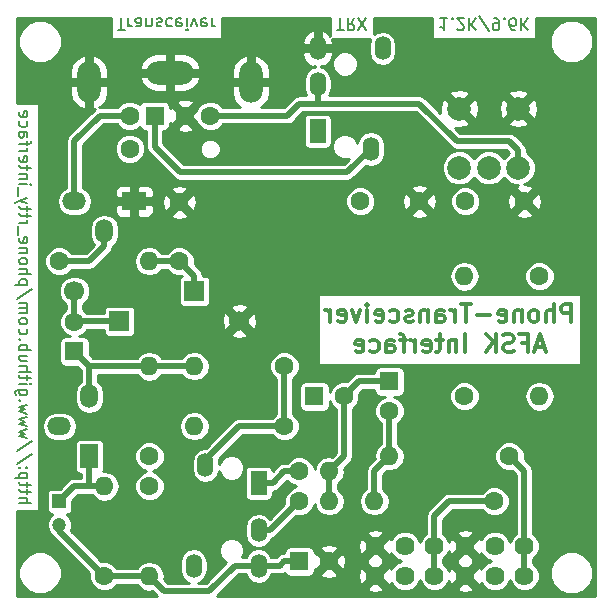
<source format=gbl>
G04 #@! TF.FileFunction,Copper,L2,Bot,Signal*
%FSLAX46Y46*%
G04 Gerber Fmt 4.6, Leading zero omitted, Abs format (unit mm)*
G04 Created by KiCad (PCBNEW 4.0.6) date 04/11/17 13:58:44*
%MOMM*%
%LPD*%
G01*
G04 APERTURE LIST*
%ADD10C,0.100000*%
%ADD11C,0.200000*%
%ADD12C,0.300000*%
%ADD13C,0.150000*%
%ADD14C,1.600000*%
%ADD15O,1.600000X1.600000*%
%ADD16R,1.600000X1.600000*%
%ADD17C,1.699260*%
%ADD18R,1.699260X1.699260*%
%ADD19O,1.400000X2.000000*%
%ADD20R,1.400000X2.000000*%
%ADD21C,2.000000*%
%ADD22R,1.200000X1.200000*%
%ADD23C,1.200000*%
%ADD24O,2.000000X1.500000*%
%ADD25R,1.500000X2.000000*%
%ADD26O,1.500000X2.000000*%
%ADD27R,2.000000X1.500000*%
%ADD28O,2.000000X3.500000*%
%ADD29O,4.000000X2.000000*%
%ADD30C,1.620000*%
%ADD31C,0.500000*%
%ADD32C,0.254000*%
G04 APERTURE END LIST*
D10*
D11*
X136957144Y-50547619D02*
X136385715Y-50547619D01*
X136671429Y-50547619D02*
X136671429Y-51547619D01*
X136576191Y-51404762D01*
X136480953Y-51309524D01*
X136385715Y-51261905D01*
X137385715Y-50642857D02*
X137433334Y-50595238D01*
X137385715Y-50547619D01*
X137338096Y-50595238D01*
X137385715Y-50642857D01*
X137385715Y-50547619D01*
X137814286Y-51452381D02*
X137861905Y-51500000D01*
X137957143Y-51547619D01*
X138195239Y-51547619D01*
X138290477Y-51500000D01*
X138338096Y-51452381D01*
X138385715Y-51357143D01*
X138385715Y-51261905D01*
X138338096Y-51119048D01*
X137766667Y-50547619D01*
X138385715Y-50547619D01*
X138814286Y-50547619D02*
X138814286Y-51547619D01*
X139385715Y-50547619D02*
X138957143Y-51119048D01*
X139385715Y-51547619D02*
X138814286Y-50976190D01*
X140528572Y-51595238D02*
X139671429Y-50309524D01*
X140909524Y-50547619D02*
X141100000Y-50547619D01*
X141195239Y-50595238D01*
X141242858Y-50642857D01*
X141338096Y-50785714D01*
X141385715Y-50976190D01*
X141385715Y-51357143D01*
X141338096Y-51452381D01*
X141290477Y-51500000D01*
X141195239Y-51547619D01*
X141004762Y-51547619D01*
X140909524Y-51500000D01*
X140861905Y-51452381D01*
X140814286Y-51357143D01*
X140814286Y-51119048D01*
X140861905Y-51023810D01*
X140909524Y-50976190D01*
X141004762Y-50928571D01*
X141195239Y-50928571D01*
X141290477Y-50976190D01*
X141338096Y-51023810D01*
X141385715Y-51119048D01*
X141814286Y-50642857D02*
X141861905Y-50595238D01*
X141814286Y-50547619D01*
X141766667Y-50595238D01*
X141814286Y-50642857D01*
X141814286Y-50547619D01*
X142719048Y-51547619D02*
X142528571Y-51547619D01*
X142433333Y-51500000D01*
X142385714Y-51452381D01*
X142290476Y-51309524D01*
X142242857Y-51119048D01*
X142242857Y-50738095D01*
X142290476Y-50642857D01*
X142338095Y-50595238D01*
X142433333Y-50547619D01*
X142623810Y-50547619D01*
X142719048Y-50595238D01*
X142766667Y-50642857D01*
X142814286Y-50738095D01*
X142814286Y-50976190D01*
X142766667Y-51071429D01*
X142719048Y-51119048D01*
X142623810Y-51166667D01*
X142433333Y-51166667D01*
X142338095Y-51119048D01*
X142290476Y-51071429D01*
X142242857Y-50976190D01*
X143242857Y-50547619D02*
X143242857Y-51547619D01*
X143814286Y-50547619D02*
X143385714Y-51119048D01*
X143814286Y-51547619D02*
X143242857Y-50976190D01*
X127643095Y-51547619D02*
X128214524Y-51547619D01*
X127928809Y-50547619D02*
X127928809Y-51547619D01*
X129119286Y-50547619D02*
X128785952Y-51023810D01*
X128547857Y-50547619D02*
X128547857Y-51547619D01*
X128928810Y-51547619D01*
X129024048Y-51500000D01*
X129071667Y-51452381D01*
X129119286Y-51357143D01*
X129119286Y-51214286D01*
X129071667Y-51119048D01*
X129024048Y-51071429D01*
X128928810Y-51023810D01*
X128547857Y-51023810D01*
X129452619Y-51547619D02*
X130119286Y-50547619D01*
X130119286Y-51547619D02*
X129452619Y-50547619D01*
D12*
X147481428Y-76238571D02*
X147481428Y-74738571D01*
X146910000Y-74738571D01*
X146767142Y-74810000D01*
X146695714Y-74881429D01*
X146624285Y-75024286D01*
X146624285Y-75238571D01*
X146695714Y-75381429D01*
X146767142Y-75452857D01*
X146910000Y-75524286D01*
X147481428Y-75524286D01*
X145981428Y-76238571D02*
X145981428Y-74738571D01*
X145338571Y-76238571D02*
X145338571Y-75452857D01*
X145410000Y-75310000D01*
X145552857Y-75238571D01*
X145767142Y-75238571D01*
X145910000Y-75310000D01*
X145981428Y-75381429D01*
X144409999Y-76238571D02*
X144552857Y-76167143D01*
X144624285Y-76095714D01*
X144695714Y-75952857D01*
X144695714Y-75524286D01*
X144624285Y-75381429D01*
X144552857Y-75310000D01*
X144409999Y-75238571D01*
X144195714Y-75238571D01*
X144052857Y-75310000D01*
X143981428Y-75381429D01*
X143909999Y-75524286D01*
X143909999Y-75952857D01*
X143981428Y-76095714D01*
X144052857Y-76167143D01*
X144195714Y-76238571D01*
X144409999Y-76238571D01*
X143267142Y-75238571D02*
X143267142Y-76238571D01*
X143267142Y-75381429D02*
X143195714Y-75310000D01*
X143052856Y-75238571D01*
X142838571Y-75238571D01*
X142695714Y-75310000D01*
X142624285Y-75452857D01*
X142624285Y-76238571D01*
X141338571Y-76167143D02*
X141481428Y-76238571D01*
X141767142Y-76238571D01*
X141909999Y-76167143D01*
X141981428Y-76024286D01*
X141981428Y-75452857D01*
X141909999Y-75310000D01*
X141767142Y-75238571D01*
X141481428Y-75238571D01*
X141338571Y-75310000D01*
X141267142Y-75452857D01*
X141267142Y-75595714D01*
X141981428Y-75738571D01*
X140624285Y-75667143D02*
X139481428Y-75667143D01*
X138981428Y-74738571D02*
X138124285Y-74738571D01*
X138552856Y-76238571D02*
X138552856Y-74738571D01*
X137624285Y-76238571D02*
X137624285Y-75238571D01*
X137624285Y-75524286D02*
X137552857Y-75381429D01*
X137481428Y-75310000D01*
X137338571Y-75238571D01*
X137195714Y-75238571D01*
X136052857Y-76238571D02*
X136052857Y-75452857D01*
X136124286Y-75310000D01*
X136267143Y-75238571D01*
X136552857Y-75238571D01*
X136695714Y-75310000D01*
X136052857Y-76167143D02*
X136195714Y-76238571D01*
X136552857Y-76238571D01*
X136695714Y-76167143D01*
X136767143Y-76024286D01*
X136767143Y-75881429D01*
X136695714Y-75738571D01*
X136552857Y-75667143D01*
X136195714Y-75667143D01*
X136052857Y-75595714D01*
X135338571Y-75238571D02*
X135338571Y-76238571D01*
X135338571Y-75381429D02*
X135267143Y-75310000D01*
X135124285Y-75238571D01*
X134910000Y-75238571D01*
X134767143Y-75310000D01*
X134695714Y-75452857D01*
X134695714Y-76238571D01*
X134052857Y-76167143D02*
X133910000Y-76238571D01*
X133624285Y-76238571D01*
X133481428Y-76167143D01*
X133410000Y-76024286D01*
X133410000Y-75952857D01*
X133481428Y-75810000D01*
X133624285Y-75738571D01*
X133838571Y-75738571D01*
X133981428Y-75667143D01*
X134052857Y-75524286D01*
X134052857Y-75452857D01*
X133981428Y-75310000D01*
X133838571Y-75238571D01*
X133624285Y-75238571D01*
X133481428Y-75310000D01*
X132124285Y-76167143D02*
X132267142Y-76238571D01*
X132552856Y-76238571D01*
X132695714Y-76167143D01*
X132767142Y-76095714D01*
X132838571Y-75952857D01*
X132838571Y-75524286D01*
X132767142Y-75381429D01*
X132695714Y-75310000D01*
X132552856Y-75238571D01*
X132267142Y-75238571D01*
X132124285Y-75310000D01*
X130910000Y-76167143D02*
X131052857Y-76238571D01*
X131338571Y-76238571D01*
X131481428Y-76167143D01*
X131552857Y-76024286D01*
X131552857Y-75452857D01*
X131481428Y-75310000D01*
X131338571Y-75238571D01*
X131052857Y-75238571D01*
X130910000Y-75310000D01*
X130838571Y-75452857D01*
X130838571Y-75595714D01*
X131552857Y-75738571D01*
X130195714Y-76238571D02*
X130195714Y-75238571D01*
X130195714Y-74738571D02*
X130267143Y-74810000D01*
X130195714Y-74881429D01*
X130124286Y-74810000D01*
X130195714Y-74738571D01*
X130195714Y-74881429D01*
X129624285Y-75238571D02*
X129267142Y-76238571D01*
X128910000Y-75238571D01*
X127767143Y-76167143D02*
X127910000Y-76238571D01*
X128195714Y-76238571D01*
X128338571Y-76167143D01*
X128410000Y-76024286D01*
X128410000Y-75452857D01*
X128338571Y-75310000D01*
X128195714Y-75238571D01*
X127910000Y-75238571D01*
X127767143Y-75310000D01*
X127695714Y-75452857D01*
X127695714Y-75595714D01*
X128410000Y-75738571D01*
X127052857Y-76238571D02*
X127052857Y-75238571D01*
X127052857Y-75524286D02*
X126981429Y-75381429D01*
X126910000Y-75310000D01*
X126767143Y-75238571D01*
X126624286Y-75238571D01*
X145159999Y-78360000D02*
X144445713Y-78360000D01*
X145302856Y-78788571D02*
X144802856Y-77288571D01*
X144302856Y-78788571D01*
X143302856Y-78002857D02*
X143802856Y-78002857D01*
X143802856Y-78788571D02*
X143802856Y-77288571D01*
X143088570Y-77288571D01*
X142588571Y-78717143D02*
X142374285Y-78788571D01*
X142017142Y-78788571D01*
X141874285Y-78717143D01*
X141802856Y-78645714D01*
X141731428Y-78502857D01*
X141731428Y-78360000D01*
X141802856Y-78217143D01*
X141874285Y-78145714D01*
X142017142Y-78074286D01*
X142302856Y-78002857D01*
X142445714Y-77931429D01*
X142517142Y-77860000D01*
X142588571Y-77717143D01*
X142588571Y-77574286D01*
X142517142Y-77431429D01*
X142445714Y-77360000D01*
X142302856Y-77288571D01*
X141945714Y-77288571D01*
X141731428Y-77360000D01*
X141088571Y-78788571D02*
X141088571Y-77288571D01*
X140231428Y-78788571D02*
X140874285Y-77931429D01*
X140231428Y-77288571D02*
X141088571Y-78145714D01*
X138445714Y-78788571D02*
X138445714Y-77288571D01*
X137731428Y-77788571D02*
X137731428Y-78788571D01*
X137731428Y-77931429D02*
X137660000Y-77860000D01*
X137517142Y-77788571D01*
X137302857Y-77788571D01*
X137160000Y-77860000D01*
X137088571Y-78002857D01*
X137088571Y-78788571D01*
X136588571Y-77788571D02*
X136017142Y-77788571D01*
X136374285Y-77288571D02*
X136374285Y-78574286D01*
X136302857Y-78717143D01*
X136159999Y-78788571D01*
X136017142Y-78788571D01*
X134945714Y-78717143D02*
X135088571Y-78788571D01*
X135374285Y-78788571D01*
X135517142Y-78717143D01*
X135588571Y-78574286D01*
X135588571Y-78002857D01*
X135517142Y-77860000D01*
X135374285Y-77788571D01*
X135088571Y-77788571D01*
X134945714Y-77860000D01*
X134874285Y-78002857D01*
X134874285Y-78145714D01*
X135588571Y-78288571D01*
X134231428Y-78788571D02*
X134231428Y-77788571D01*
X134231428Y-78074286D02*
X134160000Y-77931429D01*
X134088571Y-77860000D01*
X133945714Y-77788571D01*
X133802857Y-77788571D01*
X133517143Y-77788571D02*
X132945714Y-77788571D01*
X133302857Y-78788571D02*
X133302857Y-77502857D01*
X133231429Y-77360000D01*
X133088571Y-77288571D01*
X132945714Y-77288571D01*
X131802857Y-78788571D02*
X131802857Y-78002857D01*
X131874286Y-77860000D01*
X132017143Y-77788571D01*
X132302857Y-77788571D01*
X132445714Y-77860000D01*
X131802857Y-78717143D02*
X131945714Y-78788571D01*
X132302857Y-78788571D01*
X132445714Y-78717143D01*
X132517143Y-78574286D01*
X132517143Y-78431429D01*
X132445714Y-78288571D01*
X132302857Y-78217143D01*
X131945714Y-78217143D01*
X131802857Y-78145714D01*
X130445714Y-78717143D02*
X130588571Y-78788571D01*
X130874285Y-78788571D01*
X131017143Y-78717143D01*
X131088571Y-78645714D01*
X131160000Y-78502857D01*
X131160000Y-78074286D01*
X131088571Y-77931429D01*
X131017143Y-77860000D01*
X130874285Y-77788571D01*
X130588571Y-77788571D01*
X130445714Y-77860000D01*
X129231429Y-78717143D02*
X129374286Y-78788571D01*
X129660000Y-78788571D01*
X129802857Y-78717143D01*
X129874286Y-78574286D01*
X129874286Y-78002857D01*
X129802857Y-77860000D01*
X129660000Y-77788571D01*
X129374286Y-77788571D01*
X129231429Y-77860000D01*
X129160000Y-78002857D01*
X129160000Y-78145714D01*
X129874286Y-78288571D01*
D13*
X100747619Y-91547621D02*
X101747619Y-91547621D01*
X100747619Y-91119049D02*
X101271429Y-91119049D01*
X101366667Y-91166668D01*
X101414286Y-91261906D01*
X101414286Y-91404764D01*
X101366667Y-91500002D01*
X101319048Y-91547621D01*
X101414286Y-90785716D02*
X101414286Y-90404764D01*
X101747619Y-90642859D02*
X100890476Y-90642859D01*
X100795238Y-90595240D01*
X100747619Y-90500002D01*
X100747619Y-90404764D01*
X101414286Y-90214287D02*
X101414286Y-89833335D01*
X101747619Y-90071430D02*
X100890476Y-90071430D01*
X100795238Y-90023811D01*
X100747619Y-89928573D01*
X100747619Y-89833335D01*
X101414286Y-89500001D02*
X100414286Y-89500001D01*
X101366667Y-89500001D02*
X101414286Y-89404763D01*
X101414286Y-89214286D01*
X101366667Y-89119048D01*
X101319048Y-89071429D01*
X101223810Y-89023810D01*
X100938095Y-89023810D01*
X100842857Y-89071429D01*
X100795238Y-89119048D01*
X100747619Y-89214286D01*
X100747619Y-89404763D01*
X100795238Y-89500001D01*
X100842857Y-88595239D02*
X100795238Y-88547620D01*
X100747619Y-88595239D01*
X100795238Y-88642858D01*
X100842857Y-88595239D01*
X100747619Y-88595239D01*
X101366667Y-88595239D02*
X101319048Y-88547620D01*
X101271429Y-88595239D01*
X101319048Y-88642858D01*
X101366667Y-88595239D01*
X101271429Y-88595239D01*
X101795238Y-87404763D02*
X100509524Y-88261906D01*
X101795238Y-86357144D02*
X100509524Y-87214287D01*
X101414286Y-86119049D02*
X100747619Y-85928573D01*
X101223810Y-85738096D01*
X100747619Y-85547620D01*
X101414286Y-85357144D01*
X101414286Y-85071430D02*
X100747619Y-84880954D01*
X101223810Y-84690477D01*
X100747619Y-84500001D01*
X101414286Y-84309525D01*
X101414286Y-84023811D02*
X100747619Y-83833335D01*
X101223810Y-83642858D01*
X100747619Y-83452382D01*
X101414286Y-83261906D01*
X100842857Y-82880954D02*
X100795238Y-82833335D01*
X100747619Y-82880954D01*
X100795238Y-82928573D01*
X100842857Y-82880954D01*
X100747619Y-82880954D01*
X101414286Y-81976192D02*
X100604762Y-81976192D01*
X100509524Y-82023811D01*
X100461905Y-82071430D01*
X100414286Y-82166669D01*
X100414286Y-82309526D01*
X100461905Y-82404764D01*
X100795238Y-81976192D02*
X100747619Y-82071430D01*
X100747619Y-82261907D01*
X100795238Y-82357145D01*
X100842857Y-82404764D01*
X100938095Y-82452383D01*
X101223810Y-82452383D01*
X101319048Y-82404764D01*
X101366667Y-82357145D01*
X101414286Y-82261907D01*
X101414286Y-82071430D01*
X101366667Y-81976192D01*
X100747619Y-81500002D02*
X101414286Y-81500002D01*
X101747619Y-81500002D02*
X101700000Y-81547621D01*
X101652381Y-81500002D01*
X101700000Y-81452383D01*
X101747619Y-81500002D01*
X101652381Y-81500002D01*
X101414286Y-81166669D02*
X101414286Y-80785717D01*
X101747619Y-81023812D02*
X100890476Y-81023812D01*
X100795238Y-80976193D01*
X100747619Y-80880955D01*
X100747619Y-80785717D01*
X100747619Y-80452383D02*
X101747619Y-80452383D01*
X100747619Y-80023811D02*
X101271429Y-80023811D01*
X101366667Y-80071430D01*
X101414286Y-80166668D01*
X101414286Y-80309526D01*
X101366667Y-80404764D01*
X101319048Y-80452383D01*
X101414286Y-79119049D02*
X100747619Y-79119049D01*
X101414286Y-79547621D02*
X100890476Y-79547621D01*
X100795238Y-79500002D01*
X100747619Y-79404764D01*
X100747619Y-79261906D01*
X100795238Y-79166668D01*
X100842857Y-79119049D01*
X100747619Y-78642859D02*
X101747619Y-78642859D01*
X101366667Y-78642859D02*
X101414286Y-78547621D01*
X101414286Y-78357144D01*
X101366667Y-78261906D01*
X101319048Y-78214287D01*
X101223810Y-78166668D01*
X100938095Y-78166668D01*
X100842857Y-78214287D01*
X100795238Y-78261906D01*
X100747619Y-78357144D01*
X100747619Y-78547621D01*
X100795238Y-78642859D01*
X100842857Y-77738097D02*
X100795238Y-77690478D01*
X100747619Y-77738097D01*
X100795238Y-77785716D01*
X100842857Y-77738097D01*
X100747619Y-77738097D01*
X100795238Y-76833335D02*
X100747619Y-76928573D01*
X100747619Y-77119050D01*
X100795238Y-77214288D01*
X100842857Y-77261907D01*
X100938095Y-77309526D01*
X101223810Y-77309526D01*
X101319048Y-77261907D01*
X101366667Y-77214288D01*
X101414286Y-77119050D01*
X101414286Y-76928573D01*
X101366667Y-76833335D01*
X100747619Y-76261907D02*
X100795238Y-76357145D01*
X100842857Y-76404764D01*
X100938095Y-76452383D01*
X101223810Y-76452383D01*
X101319048Y-76404764D01*
X101366667Y-76357145D01*
X101414286Y-76261907D01*
X101414286Y-76119049D01*
X101366667Y-76023811D01*
X101319048Y-75976192D01*
X101223810Y-75928573D01*
X100938095Y-75928573D01*
X100842857Y-75976192D01*
X100795238Y-76023811D01*
X100747619Y-76119049D01*
X100747619Y-76261907D01*
X100747619Y-75500002D02*
X101414286Y-75500002D01*
X101319048Y-75500002D02*
X101366667Y-75452383D01*
X101414286Y-75357145D01*
X101414286Y-75214287D01*
X101366667Y-75119049D01*
X101271429Y-75071430D01*
X100747619Y-75071430D01*
X101271429Y-75071430D02*
X101366667Y-75023811D01*
X101414286Y-74928573D01*
X101414286Y-74785716D01*
X101366667Y-74690478D01*
X101271429Y-74642859D01*
X100747619Y-74642859D01*
X101795238Y-73452383D02*
X100509524Y-74309526D01*
X101414286Y-73119050D02*
X100414286Y-73119050D01*
X101366667Y-73119050D02*
X101414286Y-73023812D01*
X101414286Y-72833335D01*
X101366667Y-72738097D01*
X101319048Y-72690478D01*
X101223810Y-72642859D01*
X100938095Y-72642859D01*
X100842857Y-72690478D01*
X100795238Y-72738097D01*
X100747619Y-72833335D01*
X100747619Y-73023812D01*
X100795238Y-73119050D01*
X100747619Y-72214288D02*
X101747619Y-72214288D01*
X100747619Y-71785716D02*
X101271429Y-71785716D01*
X101366667Y-71833335D01*
X101414286Y-71928573D01*
X101414286Y-72071431D01*
X101366667Y-72166669D01*
X101319048Y-72214288D01*
X100747619Y-71166669D02*
X100795238Y-71261907D01*
X100842857Y-71309526D01*
X100938095Y-71357145D01*
X101223810Y-71357145D01*
X101319048Y-71309526D01*
X101366667Y-71261907D01*
X101414286Y-71166669D01*
X101414286Y-71023811D01*
X101366667Y-70928573D01*
X101319048Y-70880954D01*
X101223810Y-70833335D01*
X100938095Y-70833335D01*
X100842857Y-70880954D01*
X100795238Y-70928573D01*
X100747619Y-71023811D01*
X100747619Y-71166669D01*
X101414286Y-70404764D02*
X100747619Y-70404764D01*
X101319048Y-70404764D02*
X101366667Y-70357145D01*
X101414286Y-70261907D01*
X101414286Y-70119049D01*
X101366667Y-70023811D01*
X101271429Y-69976192D01*
X100747619Y-69976192D01*
X100795238Y-69119049D02*
X100747619Y-69214287D01*
X100747619Y-69404764D01*
X100795238Y-69500002D01*
X100890476Y-69547621D01*
X101271429Y-69547621D01*
X101366667Y-69500002D01*
X101414286Y-69404764D01*
X101414286Y-69214287D01*
X101366667Y-69119049D01*
X101271429Y-69071430D01*
X101176190Y-69071430D01*
X101080952Y-69547621D01*
X100652381Y-68880954D02*
X100652381Y-68119049D01*
X100747619Y-67880954D02*
X101414286Y-67880954D01*
X101223810Y-67880954D02*
X101319048Y-67833335D01*
X101366667Y-67785716D01*
X101414286Y-67690478D01*
X101414286Y-67595239D01*
X101414286Y-67404763D02*
X101414286Y-67023811D01*
X101747619Y-67261906D02*
X100890476Y-67261906D01*
X100795238Y-67214287D01*
X100747619Y-67119049D01*
X100747619Y-67023811D01*
X101414286Y-66833334D02*
X101414286Y-66452382D01*
X101747619Y-66690477D02*
X100890476Y-66690477D01*
X100795238Y-66642858D01*
X100747619Y-66547620D01*
X100747619Y-66452382D01*
X101414286Y-66214286D02*
X100747619Y-65976191D01*
X101414286Y-65738095D02*
X100747619Y-65976191D01*
X100509524Y-66071429D01*
X100461905Y-66119048D01*
X100414286Y-66214286D01*
X100652381Y-65595238D02*
X100652381Y-64833333D01*
X100747619Y-64595238D02*
X101414286Y-64595238D01*
X101747619Y-64595238D02*
X101700000Y-64642857D01*
X101652381Y-64595238D01*
X101700000Y-64547619D01*
X101747619Y-64595238D01*
X101652381Y-64595238D01*
X101414286Y-64119048D02*
X100747619Y-64119048D01*
X101319048Y-64119048D02*
X101366667Y-64071429D01*
X101414286Y-63976191D01*
X101414286Y-63833333D01*
X101366667Y-63738095D01*
X101271429Y-63690476D01*
X100747619Y-63690476D01*
X101414286Y-63357143D02*
X101414286Y-62976191D01*
X101747619Y-63214286D02*
X100890476Y-63214286D01*
X100795238Y-63166667D01*
X100747619Y-63071429D01*
X100747619Y-62976191D01*
X100795238Y-62261904D02*
X100747619Y-62357142D01*
X100747619Y-62547619D01*
X100795238Y-62642857D01*
X100890476Y-62690476D01*
X101271429Y-62690476D01*
X101366667Y-62642857D01*
X101414286Y-62547619D01*
X101414286Y-62357142D01*
X101366667Y-62261904D01*
X101271429Y-62214285D01*
X101176190Y-62214285D01*
X101080952Y-62690476D01*
X100747619Y-61785714D02*
X101414286Y-61785714D01*
X101223810Y-61785714D02*
X101319048Y-61738095D01*
X101366667Y-61690476D01*
X101414286Y-61595238D01*
X101414286Y-61499999D01*
X101414286Y-61309523D02*
X101414286Y-60928571D01*
X100747619Y-61166666D02*
X101604762Y-61166666D01*
X101700000Y-61119047D01*
X101747619Y-61023809D01*
X101747619Y-60928571D01*
X100747619Y-60166665D02*
X101271429Y-60166665D01*
X101366667Y-60214284D01*
X101414286Y-60309522D01*
X101414286Y-60499999D01*
X101366667Y-60595237D01*
X100795238Y-60166665D02*
X100747619Y-60261903D01*
X100747619Y-60499999D01*
X100795238Y-60595237D01*
X100890476Y-60642856D01*
X100985714Y-60642856D01*
X101080952Y-60595237D01*
X101128571Y-60499999D01*
X101128571Y-60261903D01*
X101176190Y-60166665D01*
X100795238Y-59261903D02*
X100747619Y-59357141D01*
X100747619Y-59547618D01*
X100795238Y-59642856D01*
X100842857Y-59690475D01*
X100938095Y-59738094D01*
X101223810Y-59738094D01*
X101319048Y-59690475D01*
X101366667Y-59642856D01*
X101414286Y-59547618D01*
X101414286Y-59357141D01*
X101366667Y-59261903D01*
X100795238Y-58452379D02*
X100747619Y-58547617D01*
X100747619Y-58738094D01*
X100795238Y-58833332D01*
X100890476Y-58880951D01*
X101271429Y-58880951D01*
X101366667Y-58833332D01*
X101414286Y-58738094D01*
X101414286Y-58547617D01*
X101366667Y-58452379D01*
X101271429Y-58404760D01*
X101176190Y-58404760D01*
X101080952Y-58880951D01*
D11*
X109080952Y-51547619D02*
X109652381Y-51547619D01*
X109366666Y-50547619D02*
X109366666Y-51547619D01*
X109985714Y-50547619D02*
X109985714Y-51214286D01*
X109985714Y-51023810D02*
X110033333Y-51119048D01*
X110080952Y-51166667D01*
X110176190Y-51214286D01*
X110271429Y-51214286D01*
X111033334Y-50547619D02*
X111033334Y-51071429D01*
X110985715Y-51166667D01*
X110890477Y-51214286D01*
X110700000Y-51214286D01*
X110604762Y-51166667D01*
X111033334Y-50595238D02*
X110938096Y-50547619D01*
X110700000Y-50547619D01*
X110604762Y-50595238D01*
X110557143Y-50690476D01*
X110557143Y-50785714D01*
X110604762Y-50880952D01*
X110700000Y-50928571D01*
X110938096Y-50928571D01*
X111033334Y-50976190D01*
X111509524Y-51214286D02*
X111509524Y-50547619D01*
X111509524Y-51119048D02*
X111557143Y-51166667D01*
X111652381Y-51214286D01*
X111795239Y-51214286D01*
X111890477Y-51166667D01*
X111938096Y-51071429D01*
X111938096Y-50547619D01*
X112366667Y-50595238D02*
X112461905Y-50547619D01*
X112652381Y-50547619D01*
X112747620Y-50595238D01*
X112795239Y-50690476D01*
X112795239Y-50738095D01*
X112747620Y-50833333D01*
X112652381Y-50880952D01*
X112509524Y-50880952D01*
X112414286Y-50928571D01*
X112366667Y-51023810D01*
X112366667Y-51071429D01*
X112414286Y-51166667D01*
X112509524Y-51214286D01*
X112652381Y-51214286D01*
X112747620Y-51166667D01*
X113652382Y-50595238D02*
X113557144Y-50547619D01*
X113366667Y-50547619D01*
X113271429Y-50595238D01*
X113223810Y-50642857D01*
X113176191Y-50738095D01*
X113176191Y-51023810D01*
X113223810Y-51119048D01*
X113271429Y-51166667D01*
X113366667Y-51214286D01*
X113557144Y-51214286D01*
X113652382Y-51166667D01*
X114461906Y-50595238D02*
X114366668Y-50547619D01*
X114176191Y-50547619D01*
X114080953Y-50595238D01*
X114033334Y-50690476D01*
X114033334Y-51071429D01*
X114080953Y-51166667D01*
X114176191Y-51214286D01*
X114366668Y-51214286D01*
X114461906Y-51166667D01*
X114509525Y-51071429D01*
X114509525Y-50976190D01*
X114033334Y-50880952D01*
X114938096Y-50547619D02*
X114938096Y-51214286D01*
X114938096Y-51547619D02*
X114890477Y-51500000D01*
X114938096Y-51452381D01*
X114985715Y-51500000D01*
X114938096Y-51547619D01*
X114938096Y-51452381D01*
X115319048Y-51214286D02*
X115557143Y-50547619D01*
X115795239Y-51214286D01*
X116557144Y-50595238D02*
X116461906Y-50547619D01*
X116271429Y-50547619D01*
X116176191Y-50595238D01*
X116128572Y-50690476D01*
X116128572Y-51071429D01*
X116176191Y-51166667D01*
X116271429Y-51214286D01*
X116461906Y-51214286D01*
X116557144Y-51166667D01*
X116604763Y-51071429D01*
X116604763Y-50976190D01*
X116128572Y-50880952D01*
X117033334Y-50547619D02*
X117033334Y-51214286D01*
X117033334Y-51023810D02*
X117080953Y-51119048D01*
X117128572Y-51166667D01*
X117223810Y-51214286D01*
X117319049Y-51214286D01*
D14*
X144780000Y-72390000D03*
D15*
X144780000Y-82550000D03*
D14*
X138430000Y-82550000D03*
D15*
X138430000Y-72390000D03*
D16*
X105410000Y-78740000D03*
D14*
X105410000Y-76240000D03*
D16*
X124460000Y-96520000D03*
D14*
X126960000Y-96520000D03*
X114300000Y-71120000D03*
X114300000Y-66120000D03*
X143510000Y-66040000D03*
X138510000Y-66040000D03*
X134620000Y-66040000D03*
X129620000Y-66040000D03*
D17*
X119380520Y-76197460D03*
D18*
X109220520Y-76197460D03*
D17*
X105409480Y-73662540D03*
D18*
X115569480Y-73662540D03*
D19*
X115500000Y-96900000D03*
X116500000Y-88400000D03*
D20*
X121000000Y-89900000D03*
D19*
X121000000Y-93900000D03*
X121000000Y-96900000D03*
X131500000Y-53100000D03*
X130500000Y-61600000D03*
D20*
X126000000Y-60100000D03*
D19*
X126000000Y-56100000D03*
X126000000Y-53100000D03*
D14*
X123190000Y-85090000D03*
D15*
X115570000Y-85090000D03*
D14*
X111760000Y-90170000D03*
D15*
X111760000Y-97790000D03*
D14*
X111760000Y-87630000D03*
D15*
X111760000Y-80010000D03*
D14*
X123190000Y-80010000D03*
D15*
X115570000Y-80010000D03*
D21*
X143000000Y-58200000D03*
X140500000Y-63200000D03*
X143000000Y-63200000D03*
X138000000Y-58200000D03*
X138000000Y-63200000D03*
D22*
X104140000Y-91440000D03*
D23*
X104140000Y-93440000D03*
D14*
X107950000Y-97790000D03*
D15*
X107950000Y-90170000D03*
D16*
X125730000Y-82550000D03*
D14*
X128230000Y-82550000D03*
D16*
X132080000Y-81280000D03*
D14*
X132080000Y-83780000D03*
X124460000Y-91440000D03*
D15*
X127000000Y-91440000D03*
D14*
X124460000Y-88900000D03*
D15*
X127000000Y-88900000D03*
D14*
X142240000Y-87630000D03*
D15*
X132080000Y-87630000D03*
D14*
X140970000Y-91440000D03*
D15*
X130810000Y-91440000D03*
D14*
X104140000Y-71120000D03*
D15*
X111760000Y-71120000D03*
D24*
X104140000Y-85090000D03*
D25*
X106680000Y-87630000D03*
D26*
X106680000Y-82550000D03*
X107950000Y-68580000D03*
D27*
X110490000Y-66040000D03*
D24*
X105410000Y-66040000D03*
D28*
X120350000Y-55950000D03*
X106650000Y-55950000D03*
D16*
X112200000Y-58800000D03*
D14*
X114800000Y-58800000D03*
X110100000Y-58800000D03*
X116900000Y-58800000D03*
X110100000Y-61600000D03*
D29*
X113500000Y-55150000D03*
D30*
X138510000Y-97750000D03*
X141010000Y-95250000D03*
X143510000Y-97750000D03*
X138510000Y-95250000D03*
X141010000Y-97750000D03*
X143510000Y-95250000D03*
X130890000Y-97750000D03*
X133390000Y-95250000D03*
X135890000Y-97750000D03*
X130890000Y-95250000D03*
X133390000Y-97750000D03*
X135890000Y-95250000D03*
D31*
X104140000Y-91440000D02*
X105410000Y-90170000D01*
X105410000Y-90170000D02*
X106680000Y-90170000D01*
X106680000Y-87630000D02*
X106680000Y-90170000D01*
X106680000Y-90170000D02*
X107950000Y-90170000D01*
X114300000Y-71120000D02*
X115570000Y-72390000D01*
X115570000Y-72390000D02*
X115570000Y-73662020D01*
X115570000Y-73662020D02*
X115569480Y-73662540D01*
X111760000Y-71120000D02*
X114300000Y-71120000D01*
X114300000Y-71120000D02*
X114299480Y-71120520D01*
X107950000Y-68580000D02*
X107950000Y-69850000D01*
X106680000Y-71120000D02*
X104140000Y-71120000D01*
X107950000Y-69850000D02*
X106680000Y-71120000D01*
X128230000Y-82550000D02*
X128270000Y-82550000D01*
X128270000Y-82550000D02*
X129540000Y-81280000D01*
X129540000Y-81280000D02*
X132080000Y-81280000D01*
X127000000Y-91440000D02*
X127000000Y-88900000D01*
X127000000Y-88900000D02*
X128270000Y-87630000D01*
X128270000Y-87630000D02*
X128270000Y-82590000D01*
X128270000Y-82590000D02*
X128230000Y-82550000D01*
X107950000Y-97790000D02*
X111760000Y-97790000D01*
X107950000Y-97790000D02*
X105410000Y-95250000D01*
X105410000Y-95250000D02*
X104140000Y-93980000D01*
X104140000Y-93980000D02*
X104140000Y-93440000D01*
X121000000Y-96900000D02*
X119000000Y-96900000D01*
X119000000Y-96900000D02*
X116840000Y-99060000D01*
X116840000Y-99060000D02*
X113030000Y-99060000D01*
X113030000Y-99060000D02*
X111760000Y-97790000D01*
X124460000Y-96520000D02*
X123190000Y-96520000D01*
X122810000Y-96900000D02*
X121000000Y-96900000D01*
X123190000Y-96520000D02*
X122810000Y-96900000D01*
X128270000Y-63580000D02*
X128520000Y-63580000D01*
X128520000Y-63580000D02*
X130500000Y-61600000D01*
X128270000Y-63580000D02*
X114380000Y-63580000D01*
X112200000Y-61400000D02*
X112200000Y-58800000D01*
X114380000Y-63580000D02*
X112200000Y-61400000D01*
X116500000Y-88400000D02*
X116500000Y-87970000D01*
X116500000Y-87970000D02*
X119380000Y-85090000D01*
X119380000Y-85090000D02*
X123190000Y-85090000D01*
X123190000Y-85090000D02*
X123190000Y-80010000D01*
X126000000Y-56100000D02*
X126000000Y-57785000D01*
X116900000Y-58800000D02*
X123445000Y-58800000D01*
X143000000Y-61720000D02*
X143000000Y-63200000D01*
X142240000Y-60960000D02*
X143000000Y-61720000D01*
X137795000Y-60960000D02*
X142240000Y-60960000D01*
X134620000Y-57785000D02*
X137795000Y-60960000D01*
X124460000Y-57785000D02*
X126000000Y-57785000D01*
X126000000Y-57785000D02*
X134620000Y-57785000D01*
X123445000Y-58800000D02*
X124460000Y-57785000D01*
X105410000Y-66040000D02*
X105410000Y-60960000D01*
X110100000Y-58800000D02*
X107570000Y-58800000D01*
X107570000Y-58800000D02*
X105410000Y-60960000D01*
X132080000Y-87630000D02*
X132080000Y-83780000D01*
X130810000Y-91440000D02*
X130810000Y-88900000D01*
X130810000Y-88900000D02*
X132080000Y-87630000D01*
X105410000Y-78740000D02*
X106680000Y-80010000D01*
X115570000Y-80010000D02*
X111760000Y-80010000D01*
X111760000Y-80010000D02*
X106680000Y-80010000D01*
X106680000Y-80010000D02*
X106680000Y-82550000D01*
X109220520Y-76197460D02*
X105452540Y-76197460D01*
X105452540Y-76197460D02*
X105410000Y-76240000D01*
X105410000Y-76240000D02*
X105410000Y-73663060D01*
X105410000Y-73663060D02*
X105409480Y-73662540D01*
X124460000Y-88900000D02*
X123190000Y-88900000D01*
X122190000Y-89900000D02*
X121000000Y-89900000D01*
X123190000Y-88900000D02*
X122190000Y-89900000D01*
X121000000Y-93900000D02*
X122000000Y-93900000D01*
X122000000Y-93900000D02*
X124460000Y-91440000D01*
X143510000Y-95250000D02*
X143510000Y-97750000D01*
X143510000Y-95250000D02*
X143510000Y-88900000D01*
X143510000Y-88900000D02*
X142240000Y-87630000D01*
X135890000Y-95250000D02*
X135890000Y-97750000D01*
X135890000Y-95250000D02*
X135890000Y-92710000D01*
X137160000Y-91440000D02*
X140970000Y-91440000D01*
X135890000Y-92710000D02*
X137160000Y-91440000D01*
D32*
G36*
X108508713Y-52277000D02*
X117891286Y-52277000D01*
X117891286Y-50552000D01*
X127070857Y-50552000D01*
X127070857Y-52029079D01*
X126824473Y-51743469D01*
X126455898Y-51545256D01*
X126254000Y-51651502D01*
X126254000Y-52846000D01*
X127180615Y-52846000D01*
X127330071Y-52635911D01*
X127211491Y-52277000D01*
X130441757Y-52277000D01*
X130412594Y-52320646D01*
X130323000Y-52771064D01*
X130323000Y-53428936D01*
X130412594Y-53879354D01*
X130667735Y-54261201D01*
X131049582Y-54516342D01*
X131500000Y-54605936D01*
X131950418Y-54516342D01*
X132332265Y-54261201D01*
X132587406Y-53879354D01*
X132677000Y-53428936D01*
X132677000Y-52861818D01*
X145672684Y-52861818D01*
X145950242Y-53533560D01*
X146463736Y-54047952D01*
X147134993Y-54326682D01*
X147861818Y-54327316D01*
X148533560Y-54049758D01*
X149047952Y-53536264D01*
X149326682Y-52865007D01*
X149327316Y-52138182D01*
X149049758Y-51466440D01*
X148536264Y-50952048D01*
X147865007Y-50673318D01*
X147138182Y-50672684D01*
X146466440Y-50950242D01*
X145952048Y-51463736D01*
X145673318Y-52134993D01*
X145672684Y-52861818D01*
X132677000Y-52861818D01*
X132677000Y-52771064D01*
X132587406Y-52320646D01*
X132332265Y-51938799D01*
X131950418Y-51683658D01*
X131500000Y-51594064D01*
X131049582Y-51683658D01*
X130739143Y-51891086D01*
X130739143Y-50552000D01*
X135718238Y-50552000D01*
X135718238Y-52277000D01*
X144481761Y-52277000D01*
X144481761Y-50552000D01*
X149448000Y-50552000D01*
X149448000Y-99448000D01*
X117480134Y-99448000D01*
X118086511Y-98841622D01*
X130157588Y-98841622D01*
X130242468Y-99073382D01*
X130798195Y-99220446D01*
X131367898Y-99143647D01*
X131537532Y-99073382D01*
X131622412Y-98841622D01*
X130890000Y-98109210D01*
X130157588Y-98841622D01*
X118086511Y-98841622D01*
X119301133Y-97627000D01*
X119902180Y-97627000D01*
X119912594Y-97679354D01*
X120167735Y-98061201D01*
X120549582Y-98316342D01*
X121000000Y-98405936D01*
X121450418Y-98316342D01*
X121832265Y-98061201D01*
X122087406Y-97679354D01*
X122097820Y-97627000D01*
X122809995Y-97627000D01*
X122810000Y-97627001D01*
X123042052Y-97580842D01*
X123088211Y-97571660D01*
X123206178Y-97492837D01*
X123206917Y-97496765D01*
X123311385Y-97659113D01*
X123470785Y-97768027D01*
X123660000Y-97806344D01*
X125260000Y-97806344D01*
X125436765Y-97773083D01*
X125599113Y-97668615D01*
X125643076Y-97604273D01*
X126234938Y-97604273D01*
X126318552Y-97835008D01*
X126870611Y-97980380D01*
X127436278Y-97903423D01*
X127601448Y-97835008D01*
X127665521Y-97658195D01*
X129419554Y-97658195D01*
X129496353Y-98227898D01*
X129566618Y-98397532D01*
X129798378Y-98482412D01*
X130530790Y-97750000D01*
X129798378Y-97017588D01*
X129566618Y-97102468D01*
X129419554Y-97658195D01*
X127665521Y-97658195D01*
X127685062Y-97604273D01*
X126960000Y-96879210D01*
X126234938Y-97604273D01*
X125643076Y-97604273D01*
X125708027Y-97509215D01*
X125746344Y-97320000D01*
X125746344Y-97198176D01*
X125875727Y-97245062D01*
X126600790Y-96520000D01*
X127319210Y-96520000D01*
X128044273Y-97245062D01*
X128275008Y-97161448D01*
X128420380Y-96609389D01*
X128383952Y-96341622D01*
X130157588Y-96341622D01*
X130215593Y-96500000D01*
X130157588Y-96658378D01*
X130890000Y-97390790D01*
X131622412Y-96658378D01*
X131564407Y-96500000D01*
X131622412Y-96341622D01*
X130890000Y-95609210D01*
X130157588Y-96341622D01*
X128383952Y-96341622D01*
X128343423Y-96043722D01*
X128275008Y-95878552D01*
X128044273Y-95794938D01*
X127319210Y-96520000D01*
X126600790Y-96520000D01*
X125875727Y-95794938D01*
X125746344Y-95841824D01*
X125746344Y-95720000D01*
X125713083Y-95543235D01*
X125643904Y-95435727D01*
X126234938Y-95435727D01*
X126960000Y-96160790D01*
X127685062Y-95435727D01*
X127601448Y-95204992D01*
X127423734Y-95158195D01*
X129419554Y-95158195D01*
X129496353Y-95727898D01*
X129566618Y-95897532D01*
X129798378Y-95982412D01*
X130530790Y-95250000D01*
X131249210Y-95250000D01*
X131981622Y-95982412D01*
X132213382Y-95897532D01*
X132233542Y-95821352D01*
X132298298Y-95978075D01*
X132660021Y-96340429D01*
X133044673Y-96500150D01*
X132661925Y-96658298D01*
X132299571Y-97020021D01*
X132239327Y-97165105D01*
X132213382Y-97102468D01*
X131981622Y-97017588D01*
X131249210Y-97750000D01*
X131981622Y-98482412D01*
X132213382Y-98397532D01*
X132233542Y-98321352D01*
X132298298Y-98478075D01*
X132660021Y-98840429D01*
X133132877Y-99036776D01*
X133644877Y-99037223D01*
X134118075Y-98841702D01*
X134480429Y-98479979D01*
X134640150Y-98095327D01*
X134798298Y-98478075D01*
X135160021Y-98840429D01*
X135632877Y-99036776D01*
X136144877Y-99037223D01*
X136618075Y-98841702D01*
X136618155Y-98841622D01*
X137777588Y-98841622D01*
X137862468Y-99073382D01*
X138418195Y-99220446D01*
X138987898Y-99143647D01*
X139157532Y-99073382D01*
X139242412Y-98841622D01*
X138510000Y-98109210D01*
X137777588Y-98841622D01*
X136618155Y-98841622D01*
X136980429Y-98479979D01*
X137108694Y-98171083D01*
X137116353Y-98227898D01*
X137186618Y-98397532D01*
X137418378Y-98482412D01*
X138150790Y-97750000D01*
X137418378Y-97017588D01*
X137186618Y-97102468D01*
X137119608Y-97355685D01*
X136981702Y-97021925D01*
X136619979Y-96659571D01*
X136617000Y-96658334D01*
X136617000Y-96342146D01*
X136618075Y-96341702D01*
X136618155Y-96341622D01*
X137777588Y-96341622D01*
X137835593Y-96500000D01*
X137777588Y-96658378D01*
X138510000Y-97390790D01*
X139242412Y-96658378D01*
X139184407Y-96500000D01*
X139242412Y-96341622D01*
X138510000Y-95609210D01*
X137777588Y-96341622D01*
X136618155Y-96341622D01*
X136980429Y-95979979D01*
X137108694Y-95671083D01*
X137116353Y-95727898D01*
X137186618Y-95897532D01*
X137418378Y-95982412D01*
X138150790Y-95250000D01*
X138869210Y-95250000D01*
X139601622Y-95982412D01*
X139833382Y-95897532D01*
X139853542Y-95821352D01*
X139918298Y-95978075D01*
X140280021Y-96340429D01*
X140664673Y-96500150D01*
X140281925Y-96658298D01*
X139919571Y-97020021D01*
X139859327Y-97165105D01*
X139833382Y-97102468D01*
X139601622Y-97017588D01*
X138869210Y-97750000D01*
X139601622Y-98482412D01*
X139833382Y-98397532D01*
X139853542Y-98321352D01*
X139918298Y-98478075D01*
X140280021Y-98840429D01*
X140752877Y-99036776D01*
X141264877Y-99037223D01*
X141738075Y-98841702D01*
X142100429Y-98479979D01*
X142260150Y-98095327D01*
X142418298Y-98478075D01*
X142780021Y-98840429D01*
X143252877Y-99036776D01*
X143764877Y-99037223D01*
X144238075Y-98841702D01*
X144600429Y-98479979D01*
X144796776Y-98007123D01*
X144796902Y-97861818D01*
X145672684Y-97861818D01*
X145950242Y-98533560D01*
X146463736Y-99047952D01*
X147134993Y-99326682D01*
X147861818Y-99327316D01*
X148533560Y-99049758D01*
X149047952Y-98536264D01*
X149326682Y-97865007D01*
X149327316Y-97138182D01*
X149049758Y-96466440D01*
X148536264Y-95952048D01*
X147865007Y-95673318D01*
X147138182Y-95672684D01*
X146466440Y-95950242D01*
X145952048Y-96463736D01*
X145673318Y-97134993D01*
X145672684Y-97861818D01*
X144796902Y-97861818D01*
X144797223Y-97495123D01*
X144601702Y-97021925D01*
X144239979Y-96659571D01*
X144237000Y-96658334D01*
X144237000Y-96342146D01*
X144238075Y-96341702D01*
X144600429Y-95979979D01*
X144796776Y-95507123D01*
X144797223Y-94995123D01*
X144601702Y-94521925D01*
X144239979Y-94159571D01*
X144237000Y-94158334D01*
X144237000Y-88900000D01*
X144181660Y-88621789D01*
X144024067Y-88385933D01*
X144024064Y-88385931D01*
X143516784Y-87878650D01*
X143517221Y-87377103D01*
X143323219Y-86907583D01*
X142964307Y-86548043D01*
X142495125Y-86353222D01*
X141987103Y-86352779D01*
X141517583Y-86546781D01*
X141158043Y-86905693D01*
X140963222Y-87374875D01*
X140962779Y-87882897D01*
X141156781Y-88352417D01*
X141515693Y-88711957D01*
X141984875Y-88906778D01*
X142489084Y-88907218D01*
X142783000Y-89201133D01*
X142783000Y-94157854D01*
X142781925Y-94158298D01*
X142419571Y-94520021D01*
X142259850Y-94904673D01*
X142101702Y-94521925D01*
X141739979Y-94159571D01*
X141267123Y-93963224D01*
X140755123Y-93962777D01*
X140281925Y-94158298D01*
X139919571Y-94520021D01*
X139859327Y-94665105D01*
X139833382Y-94602468D01*
X139601622Y-94517588D01*
X138869210Y-95250000D01*
X138150790Y-95250000D01*
X137418378Y-94517588D01*
X137186618Y-94602468D01*
X137119608Y-94855685D01*
X136981702Y-94521925D01*
X136619979Y-94159571D01*
X136617106Y-94158378D01*
X137777588Y-94158378D01*
X138510000Y-94890790D01*
X139242412Y-94158378D01*
X139157532Y-93926618D01*
X138601805Y-93779554D01*
X138032102Y-93856353D01*
X137862468Y-93926618D01*
X137777588Y-94158378D01*
X136617106Y-94158378D01*
X136617000Y-94158334D01*
X136617000Y-93011134D01*
X137461133Y-92167000D01*
X139891356Y-92167000D01*
X140245693Y-92521957D01*
X140714875Y-92716778D01*
X141222897Y-92717221D01*
X141692417Y-92523219D01*
X142051957Y-92164307D01*
X142246778Y-91695125D01*
X142247221Y-91187103D01*
X142053219Y-90717583D01*
X141694307Y-90358043D01*
X141225125Y-90163222D01*
X140717103Y-90162779D01*
X140247583Y-90356781D01*
X139890741Y-90713000D01*
X137160000Y-90713000D01*
X136881789Y-90768340D01*
X136645933Y-90925933D01*
X136645931Y-90925936D01*
X135375933Y-92195933D01*
X135218340Y-92431789D01*
X135218340Y-92431790D01*
X135162999Y-92710000D01*
X135163000Y-92710005D01*
X135163000Y-94157854D01*
X135161925Y-94158298D01*
X134799571Y-94520021D01*
X134639850Y-94904673D01*
X134481702Y-94521925D01*
X134119979Y-94159571D01*
X133647123Y-93963224D01*
X133135123Y-93962777D01*
X132661925Y-94158298D01*
X132299571Y-94520021D01*
X132239327Y-94665105D01*
X132213382Y-94602468D01*
X131981622Y-94517588D01*
X131249210Y-95250000D01*
X130530790Y-95250000D01*
X129798378Y-94517588D01*
X129566618Y-94602468D01*
X129419554Y-95158195D01*
X127423734Y-95158195D01*
X127049389Y-95059620D01*
X126483722Y-95136577D01*
X126318552Y-95204992D01*
X126234938Y-95435727D01*
X125643904Y-95435727D01*
X125608615Y-95380887D01*
X125449215Y-95271973D01*
X125260000Y-95233656D01*
X123660000Y-95233656D01*
X123483235Y-95266917D01*
X123320887Y-95371385D01*
X123211973Y-95530785D01*
X123173656Y-95720000D01*
X123173656Y-95796251D01*
X122911789Y-95848340D01*
X122675933Y-96005933D01*
X122508866Y-96173000D01*
X122097820Y-96173000D01*
X122087406Y-96120646D01*
X121832265Y-95738799D01*
X121450418Y-95483658D01*
X121029842Y-95400000D01*
X121450418Y-95316342D01*
X121832265Y-95061201D01*
X122087406Y-94679354D01*
X122101850Y-94606741D01*
X122232052Y-94580842D01*
X122278211Y-94571660D01*
X122514067Y-94414067D01*
X122769756Y-94158378D01*
X130157588Y-94158378D01*
X130890000Y-94890790D01*
X131622412Y-94158378D01*
X131537532Y-93926618D01*
X130981805Y-93779554D01*
X130412102Y-93856353D01*
X130242468Y-93926618D01*
X130157588Y-94158378D01*
X122769756Y-94158378D01*
X124211350Y-92716784D01*
X124712897Y-92717221D01*
X125182417Y-92523219D01*
X125541957Y-92164307D01*
X125736778Y-91695125D01*
X125736830Y-91635303D01*
X125795188Y-91928687D01*
X126072007Y-92342975D01*
X126486295Y-92619794D01*
X126974982Y-92717000D01*
X127025018Y-92717000D01*
X127513705Y-92619794D01*
X127927993Y-92342975D01*
X128204812Y-91928687D01*
X128302018Y-91440000D01*
X128204812Y-90951313D01*
X127927993Y-90537025D01*
X127727000Y-90402725D01*
X127727000Y-89937275D01*
X127927993Y-89802975D01*
X128204812Y-89388687D01*
X128302018Y-88900000D01*
X128256578Y-88671556D01*
X128784064Y-88144069D01*
X128784067Y-88144067D01*
X128941660Y-87908211D01*
X128997000Y-87630000D01*
X128997000Y-83588714D01*
X129311957Y-83274307D01*
X129506778Y-82805125D01*
X129507183Y-82340951D01*
X129841133Y-82007000D01*
X130793656Y-82007000D01*
X130793656Y-82080000D01*
X130826917Y-82256765D01*
X130931385Y-82419113D01*
X131090785Y-82528027D01*
X131280000Y-82566344D01*
X131673264Y-82566344D01*
X131357583Y-82696781D01*
X130998043Y-83055693D01*
X130803222Y-83524875D01*
X130802779Y-84032897D01*
X130996781Y-84502417D01*
X131353000Y-84859259D01*
X131353000Y-86592725D01*
X131152007Y-86727025D01*
X130875188Y-87141313D01*
X130777982Y-87630000D01*
X130823422Y-87858444D01*
X130295933Y-88385933D01*
X130138340Y-88621789D01*
X130138340Y-88621790D01*
X130082999Y-88900000D01*
X130083000Y-88900005D01*
X130083000Y-90402725D01*
X129882007Y-90537025D01*
X129605188Y-90951313D01*
X129507982Y-91440000D01*
X129605188Y-91928687D01*
X129882007Y-92342975D01*
X130296295Y-92619794D01*
X130784982Y-92717000D01*
X130835018Y-92717000D01*
X131323705Y-92619794D01*
X131737993Y-92342975D01*
X132014812Y-91928687D01*
X132112018Y-91440000D01*
X132014812Y-90951313D01*
X131737993Y-90537025D01*
X131537000Y-90402725D01*
X131537000Y-89201134D01*
X131868272Y-88869861D01*
X132054982Y-88907000D01*
X132105018Y-88907000D01*
X132593705Y-88809794D01*
X133007993Y-88532975D01*
X133284812Y-88118687D01*
X133382018Y-87630000D01*
X133284812Y-87141313D01*
X133007993Y-86727025D01*
X132807000Y-86592725D01*
X132807000Y-84858644D01*
X133161957Y-84504307D01*
X133356778Y-84035125D01*
X133357221Y-83527103D01*
X133163219Y-83057583D01*
X132908978Y-82802897D01*
X137152779Y-82802897D01*
X137346781Y-83272417D01*
X137705693Y-83631957D01*
X138174875Y-83826778D01*
X138682897Y-83827221D01*
X139152417Y-83633219D01*
X139511957Y-83274307D01*
X139706778Y-82805125D01*
X139707022Y-82524982D01*
X143503000Y-82524982D01*
X143503000Y-82575018D01*
X143600206Y-83063705D01*
X143877025Y-83477993D01*
X144291313Y-83754812D01*
X144780000Y-83852018D01*
X145268687Y-83754812D01*
X145682975Y-83477993D01*
X145959794Y-83063705D01*
X146057000Y-82575018D01*
X146057000Y-82524982D01*
X145959794Y-82036295D01*
X145682975Y-81622007D01*
X145268687Y-81345188D01*
X144780000Y-81247982D01*
X144291313Y-81345188D01*
X143877025Y-81622007D01*
X143600206Y-82036295D01*
X143503000Y-82524982D01*
X139707022Y-82524982D01*
X139707221Y-82297103D01*
X139513219Y-81827583D01*
X139154307Y-81468043D01*
X138685125Y-81273222D01*
X138177103Y-81272779D01*
X137707583Y-81466781D01*
X137348043Y-81825693D01*
X137153222Y-82294875D01*
X137152779Y-82802897D01*
X132908978Y-82802897D01*
X132804307Y-82698043D01*
X132487140Y-82566344D01*
X132880000Y-82566344D01*
X133056765Y-82533083D01*
X133219113Y-82428615D01*
X133328027Y-82269215D01*
X133366344Y-82080000D01*
X133366344Y-80480000D01*
X133333083Y-80303235D01*
X133228615Y-80140887D01*
X133069215Y-80031973D01*
X132880000Y-79993656D01*
X131280000Y-79993656D01*
X131103235Y-80026917D01*
X130940887Y-80131385D01*
X130831973Y-80290785D01*
X130793656Y-80480000D01*
X130793656Y-80553000D01*
X129540000Y-80553000D01*
X129261789Y-80608340D01*
X129025933Y-80765933D01*
X129025931Y-80765936D01*
X128508810Y-81283057D01*
X128485125Y-81273222D01*
X127977103Y-81272779D01*
X127507583Y-81466781D01*
X127148043Y-81825693D01*
X127016344Y-82142860D01*
X127016344Y-81750000D01*
X126983083Y-81573235D01*
X126878615Y-81410887D01*
X126719215Y-81301973D01*
X126530000Y-81263656D01*
X124930000Y-81263656D01*
X124753235Y-81296917D01*
X124590887Y-81401385D01*
X124481973Y-81560785D01*
X124443656Y-81750000D01*
X124443656Y-83350000D01*
X124476917Y-83526765D01*
X124581385Y-83689113D01*
X124740785Y-83798027D01*
X124930000Y-83836344D01*
X126530000Y-83836344D01*
X126706765Y-83803083D01*
X126869113Y-83698615D01*
X126978027Y-83539215D01*
X127016344Y-83350000D01*
X127016344Y-82956736D01*
X127146781Y-83272417D01*
X127505693Y-83631957D01*
X127543000Y-83647448D01*
X127543000Y-87328867D01*
X127211728Y-87660139D01*
X127025018Y-87623000D01*
X126974982Y-87623000D01*
X126486295Y-87720206D01*
X126072007Y-87997025D01*
X125795188Y-88411313D01*
X125737172Y-88702977D01*
X125737221Y-88647103D01*
X125543219Y-88177583D01*
X125184307Y-87818043D01*
X124715125Y-87623222D01*
X124207103Y-87622779D01*
X123737583Y-87816781D01*
X123380741Y-88173000D01*
X123190005Y-88173000D01*
X123190000Y-88172999D01*
X122911790Y-88228339D01*
X122911788Y-88228340D01*
X122911789Y-88228340D01*
X122675933Y-88385933D01*
X122675931Y-88385936D01*
X122182468Y-88879399D01*
X122153083Y-88723235D01*
X122048615Y-88560887D01*
X121889215Y-88451973D01*
X121700000Y-88413656D01*
X120300000Y-88413656D01*
X120123235Y-88446917D01*
X119960887Y-88551385D01*
X119851973Y-88710785D01*
X119813656Y-88900000D01*
X119813656Y-90900000D01*
X119846917Y-91076765D01*
X119951385Y-91239113D01*
X120110785Y-91348027D01*
X120300000Y-91386344D01*
X121700000Y-91386344D01*
X121876765Y-91353083D01*
X122039113Y-91248615D01*
X122148027Y-91089215D01*
X122186344Y-90900000D01*
X122186344Y-90627000D01*
X122189995Y-90627000D01*
X122190000Y-90627001D01*
X122422052Y-90580842D01*
X122468211Y-90571660D01*
X122704067Y-90414067D01*
X123436197Y-89681937D01*
X123735693Y-89981957D01*
X124189088Y-90170223D01*
X123737583Y-90356781D01*
X123378043Y-90715693D01*
X123183222Y-91184875D01*
X123182782Y-91689084D01*
X121952749Y-92919117D01*
X121832265Y-92738799D01*
X121450418Y-92483658D01*
X121000000Y-92394064D01*
X120549582Y-92483658D01*
X120167735Y-92738799D01*
X119912594Y-93120646D01*
X119823000Y-93571064D01*
X119823000Y-94228936D01*
X119912594Y-94679354D01*
X120167735Y-95061201D01*
X120549582Y-95316342D01*
X120970158Y-95400000D01*
X120549582Y-95483658D01*
X120167735Y-95738799D01*
X119912594Y-96120646D01*
X119902180Y-96173000D01*
X119628228Y-96173000D01*
X119776813Y-95815168D01*
X119777187Y-95386711D01*
X119613569Y-94990725D01*
X119310868Y-94687496D01*
X118915168Y-94523187D01*
X118486711Y-94522813D01*
X118090725Y-94686431D01*
X117787496Y-94989132D01*
X117623187Y-95384832D01*
X117622813Y-95813289D01*
X117786431Y-96209275D01*
X118089132Y-96512504D01*
X118280076Y-96591791D01*
X116538866Y-98333000D01*
X115866673Y-98333000D01*
X115950418Y-98316342D01*
X116332265Y-98061201D01*
X116587406Y-97679354D01*
X116677000Y-97228936D01*
X116677000Y-96571064D01*
X116587406Y-96120646D01*
X116332265Y-95738799D01*
X115950418Y-95483658D01*
X115500000Y-95394064D01*
X115049582Y-95483658D01*
X114667735Y-95738799D01*
X114412594Y-96120646D01*
X114323000Y-96571064D01*
X114323000Y-97228936D01*
X114412594Y-97679354D01*
X114667735Y-98061201D01*
X115049582Y-98316342D01*
X115133327Y-98333000D01*
X113331133Y-98333000D01*
X112999861Y-98001728D01*
X113037000Y-97815018D01*
X113037000Y-97764982D01*
X112939794Y-97276295D01*
X112662975Y-96862007D01*
X112248687Y-96585188D01*
X111760000Y-96487982D01*
X111271313Y-96585188D01*
X110857025Y-96862007D01*
X110722725Y-97063000D01*
X109028644Y-97063000D01*
X108674307Y-96708043D01*
X108205125Y-96513222D01*
X107700916Y-96512782D01*
X105924067Y-94735933D01*
X105924064Y-94735931D01*
X105107223Y-93919090D01*
X105216813Y-93655168D01*
X105217187Y-93226711D01*
X105053569Y-92830725D01*
X104750868Y-92527496D01*
X104745570Y-92525296D01*
X104916765Y-92493083D01*
X105079113Y-92388615D01*
X105188027Y-92229215D01*
X105226344Y-92040000D01*
X105226344Y-91381790D01*
X105711133Y-90897000D01*
X106912725Y-90897000D01*
X107047025Y-91097993D01*
X107461313Y-91374812D01*
X107950000Y-91472018D01*
X108438687Y-91374812D01*
X108852975Y-91097993D01*
X109129794Y-90683705D01*
X109227000Y-90195018D01*
X109227000Y-90144982D01*
X109129794Y-89656295D01*
X108852975Y-89242007D01*
X108438687Y-88965188D01*
X107950000Y-88867982D01*
X107828144Y-88892221D01*
X107878027Y-88819215D01*
X107916344Y-88630000D01*
X107916344Y-87882897D01*
X110482779Y-87882897D01*
X110676781Y-88352417D01*
X111035693Y-88711957D01*
X111489088Y-88900223D01*
X111037583Y-89086781D01*
X110678043Y-89445693D01*
X110483222Y-89914875D01*
X110482779Y-90422897D01*
X110676781Y-90892417D01*
X111035693Y-91251957D01*
X111504875Y-91446778D01*
X112012897Y-91447221D01*
X112482417Y-91253219D01*
X112841957Y-90894307D01*
X113036778Y-90425125D01*
X113037221Y-89917103D01*
X112843219Y-89447583D01*
X112484307Y-89088043D01*
X112030912Y-88899777D01*
X112482417Y-88713219D01*
X112841957Y-88354307D01*
X112959569Y-88071064D01*
X115323000Y-88071064D01*
X115323000Y-88728936D01*
X115412594Y-89179354D01*
X115667735Y-89561201D01*
X116049582Y-89816342D01*
X116500000Y-89905936D01*
X116950418Y-89816342D01*
X117332265Y-89561201D01*
X117587406Y-89179354D01*
X117648065Y-88874403D01*
X117786431Y-89209275D01*
X118089132Y-89512504D01*
X118484832Y-89676813D01*
X118913289Y-89677187D01*
X119309275Y-89513569D01*
X119612504Y-89210868D01*
X119776813Y-88815168D01*
X119777187Y-88386711D01*
X119613569Y-87990725D01*
X119310868Y-87687496D01*
X118915168Y-87523187D01*
X118486711Y-87522813D01*
X118090725Y-87686431D01*
X117787496Y-87989132D01*
X117677000Y-88255236D01*
X117677000Y-88071064D01*
X117635534Y-87862600D01*
X119681134Y-85817000D01*
X122111356Y-85817000D01*
X122465693Y-86171957D01*
X122934875Y-86366778D01*
X123442897Y-86367221D01*
X123912417Y-86173219D01*
X124271957Y-85814307D01*
X124466778Y-85345125D01*
X124467221Y-84837103D01*
X124273219Y-84367583D01*
X123917000Y-84010741D01*
X123917000Y-81088644D01*
X124271957Y-80734307D01*
X124466778Y-80265125D01*
X124467221Y-79757103D01*
X124273219Y-79287583D01*
X123914307Y-78928043D01*
X123445125Y-78733222D01*
X122937103Y-78732779D01*
X122467583Y-78926781D01*
X122108043Y-79285693D01*
X121913222Y-79754875D01*
X121912779Y-80262897D01*
X122106781Y-80732417D01*
X122463000Y-81089259D01*
X122463000Y-84011356D01*
X122110741Y-84363000D01*
X119380000Y-84363000D01*
X119101789Y-84418340D01*
X118973130Y-84504307D01*
X118865933Y-84575933D01*
X116539871Y-86901995D01*
X116500000Y-86894064D01*
X116049582Y-86983658D01*
X115667735Y-87238799D01*
X115412594Y-87620646D01*
X115323000Y-88071064D01*
X112959569Y-88071064D01*
X113036778Y-87885125D01*
X113037221Y-87377103D01*
X112843219Y-86907583D01*
X112484307Y-86548043D01*
X112015125Y-86353222D01*
X111507103Y-86352779D01*
X111037583Y-86546781D01*
X110678043Y-86905693D01*
X110483222Y-87374875D01*
X110482779Y-87882897D01*
X107916344Y-87882897D01*
X107916344Y-86630000D01*
X107883083Y-86453235D01*
X107778615Y-86290887D01*
X107619215Y-86181973D01*
X107430000Y-86143656D01*
X105930000Y-86143656D01*
X105753235Y-86176917D01*
X105590887Y-86281385D01*
X105481973Y-86440785D01*
X105443656Y-86630000D01*
X105443656Y-88630000D01*
X105476917Y-88806765D01*
X105581385Y-88969113D01*
X105740785Y-89078027D01*
X105930000Y-89116344D01*
X105953000Y-89116344D01*
X105953000Y-89443000D01*
X105410000Y-89443000D01*
X105131789Y-89498340D01*
X104895933Y-89655933D01*
X104895931Y-89655936D01*
X104198210Y-90353656D01*
X103540000Y-90353656D01*
X103363235Y-90386917D01*
X103200887Y-90491385D01*
X103091973Y-90650785D01*
X103053656Y-90840000D01*
X103053656Y-92040000D01*
X103086917Y-92216765D01*
X103191385Y-92379113D01*
X103350785Y-92488027D01*
X103533917Y-92525112D01*
X103530725Y-92526431D01*
X103227496Y-92829132D01*
X103063187Y-93224832D01*
X103062813Y-93653289D01*
X103226431Y-94049275D01*
X103529132Y-94352504D01*
X103532194Y-94353776D01*
X103625933Y-94494067D01*
X104895931Y-95764064D01*
X104895933Y-95764067D01*
X106673216Y-97541350D01*
X106672779Y-98042897D01*
X106866781Y-98512417D01*
X107225693Y-98871957D01*
X107694875Y-99066778D01*
X108202897Y-99067221D01*
X108672417Y-98873219D01*
X109029259Y-98517000D01*
X110722725Y-98517000D01*
X110857025Y-98717993D01*
X111271313Y-98994812D01*
X111760000Y-99092018D01*
X111988444Y-99046578D01*
X112389867Y-99448000D01*
X100552000Y-99448000D01*
X100552000Y-97861818D01*
X100672684Y-97861818D01*
X100950242Y-98533560D01*
X101463736Y-99047952D01*
X102134993Y-99326682D01*
X102861818Y-99327316D01*
X103533560Y-99049758D01*
X104047952Y-98536264D01*
X104326682Y-97865007D01*
X104327316Y-97138182D01*
X104049758Y-96466440D01*
X103536264Y-95952048D01*
X102865007Y-95673318D01*
X102138182Y-95672684D01*
X101466440Y-95950242D01*
X100952048Y-96463736D01*
X100673318Y-97134993D01*
X100672684Y-97861818D01*
X100552000Y-97861818D01*
X100552000Y-92262716D01*
X102452000Y-92262716D01*
X102452000Y-85090000D01*
X102634064Y-85090000D01*
X102727464Y-85559553D01*
X102993444Y-85957620D01*
X103391511Y-86223600D01*
X103861064Y-86317000D01*
X104418936Y-86317000D01*
X104888489Y-86223600D01*
X105286556Y-85957620D01*
X105552536Y-85559553D01*
X105645936Y-85090000D01*
X114267982Y-85090000D01*
X114365188Y-85578687D01*
X114642007Y-85992975D01*
X115056295Y-86269794D01*
X115544982Y-86367000D01*
X115595018Y-86367000D01*
X116083705Y-86269794D01*
X116497993Y-85992975D01*
X116774812Y-85578687D01*
X116872018Y-85090000D01*
X116774812Y-84601313D01*
X116497993Y-84187025D01*
X116083705Y-83910206D01*
X115595018Y-83813000D01*
X115544982Y-83813000D01*
X115056295Y-83910206D01*
X114642007Y-84187025D01*
X114365188Y-84601313D01*
X114267982Y-85090000D01*
X105645936Y-85090000D01*
X105552536Y-84620447D01*
X105286556Y-84222380D01*
X104888489Y-83956400D01*
X104418936Y-83863000D01*
X103861064Y-83863000D01*
X103391511Y-83956400D01*
X102993444Y-84222380D01*
X102727464Y-84620447D01*
X102634064Y-85090000D01*
X102452000Y-85090000D01*
X102452000Y-73925265D01*
X104082620Y-73925265D01*
X104284162Y-74413034D01*
X104657023Y-74786546D01*
X104683000Y-74797333D01*
X104683000Y-75161356D01*
X104328043Y-75515693D01*
X104133222Y-75984875D01*
X104132779Y-76492897D01*
X104326781Y-76962417D01*
X104685693Y-77321957D01*
X105002860Y-77453656D01*
X104610000Y-77453656D01*
X104433235Y-77486917D01*
X104270887Y-77591385D01*
X104161973Y-77750785D01*
X104123656Y-77940000D01*
X104123656Y-79540000D01*
X104156917Y-79716765D01*
X104261385Y-79879113D01*
X104420785Y-79988027D01*
X104610000Y-80026344D01*
X105668211Y-80026344D01*
X105953000Y-80311133D01*
X105953000Y-81309485D01*
X105812380Y-81403444D01*
X105546400Y-81801511D01*
X105453000Y-82271064D01*
X105453000Y-82828936D01*
X105546400Y-83298489D01*
X105812380Y-83696556D01*
X106210447Y-83962536D01*
X106680000Y-84055936D01*
X107149553Y-83962536D01*
X107547620Y-83696556D01*
X107813600Y-83298489D01*
X107907000Y-82828936D01*
X107907000Y-82271064D01*
X107813600Y-81801511D01*
X107547620Y-81403444D01*
X107407000Y-81309485D01*
X107407000Y-80737000D01*
X110722725Y-80737000D01*
X110857025Y-80937993D01*
X111271313Y-81214812D01*
X111760000Y-81312018D01*
X112248687Y-81214812D01*
X112662975Y-80937993D01*
X112797275Y-80737000D01*
X114524424Y-80737000D01*
X114642007Y-80912975D01*
X115056295Y-81189794D01*
X115544982Y-81287000D01*
X115595018Y-81287000D01*
X116083705Y-81189794D01*
X116497993Y-80912975D01*
X116774812Y-80498687D01*
X116872018Y-80010000D01*
X116774812Y-79521313D01*
X116497993Y-79107025D01*
X116083705Y-78830206D01*
X115595018Y-78733000D01*
X115544982Y-78733000D01*
X115056295Y-78830206D01*
X114642007Y-79107025D01*
X114524424Y-79283000D01*
X112797275Y-79283000D01*
X112662975Y-79082007D01*
X112248687Y-78805188D01*
X111760000Y-78707982D01*
X111271313Y-78805188D01*
X110857025Y-79082007D01*
X110722725Y-79283000D01*
X106981133Y-79283000D01*
X106696344Y-78998211D01*
X106696344Y-77940000D01*
X106663083Y-77763235D01*
X106558615Y-77600887D01*
X106399215Y-77491973D01*
X106210000Y-77453656D01*
X105816736Y-77453656D01*
X106132417Y-77323219D01*
X106491957Y-76964307D01*
X106508503Y-76924460D01*
X107884546Y-76924460D01*
X107884546Y-77047090D01*
X107917807Y-77223855D01*
X108022275Y-77386203D01*
X108181675Y-77495117D01*
X108370890Y-77533434D01*
X110070150Y-77533434D01*
X110246915Y-77500173D01*
X110409263Y-77395705D01*
X110462229Y-77318186D01*
X118619004Y-77318186D01*
X118708886Y-77554016D01*
X119279143Y-77707777D01*
X119864833Y-77631607D01*
X120052154Y-77554016D01*
X120142036Y-77318186D01*
X119380520Y-76556670D01*
X118619004Y-77318186D01*
X110462229Y-77318186D01*
X110518177Y-77236305D01*
X110556494Y-77047090D01*
X110556494Y-76096083D01*
X117870203Y-76096083D01*
X117946373Y-76681773D01*
X118023964Y-76869094D01*
X118259794Y-76958976D01*
X119021310Y-76197460D01*
X119739730Y-76197460D01*
X120501246Y-76958976D01*
X120737076Y-76869094D01*
X120890837Y-76298837D01*
X120814667Y-75713147D01*
X120737076Y-75525826D01*
X120501246Y-75435944D01*
X119739730Y-76197460D01*
X119021310Y-76197460D01*
X118259794Y-75435944D01*
X118023964Y-75525826D01*
X117870203Y-76096083D01*
X110556494Y-76096083D01*
X110556494Y-75347830D01*
X110523233Y-75171065D01*
X110462533Y-75076734D01*
X118619004Y-75076734D01*
X119380520Y-75838250D01*
X120142036Y-75076734D01*
X120052154Y-74840904D01*
X119481897Y-74687143D01*
X118896207Y-74763313D01*
X118708886Y-74840904D01*
X118619004Y-75076734D01*
X110462533Y-75076734D01*
X110418765Y-75008717D01*
X110259365Y-74899803D01*
X110070150Y-74861486D01*
X108370890Y-74861486D01*
X108194125Y-74894747D01*
X108031777Y-74999215D01*
X107922863Y-75158615D01*
X107884546Y-75347830D01*
X107884546Y-75470460D01*
X106446178Y-75470460D01*
X106137000Y-75160741D01*
X106137000Y-74797351D01*
X106159974Y-74787858D01*
X106533486Y-74414997D01*
X106735879Y-73927581D01*
X106736340Y-73399815D01*
X106534798Y-72912046D01*
X106161937Y-72538534D01*
X105674521Y-72336141D01*
X105146755Y-72335680D01*
X104658986Y-72537222D01*
X104285474Y-72910083D01*
X104083081Y-73397499D01*
X104082620Y-73925265D01*
X102452000Y-73925265D01*
X102452000Y-71372897D01*
X102862779Y-71372897D01*
X103056781Y-71842417D01*
X103415693Y-72201957D01*
X103884875Y-72396778D01*
X104392897Y-72397221D01*
X104862417Y-72203219D01*
X105219259Y-71847000D01*
X106679995Y-71847000D01*
X106680000Y-71847001D01*
X106912052Y-71800842D01*
X106958211Y-71791660D01*
X107194067Y-71634067D01*
X107708133Y-71120000D01*
X110457982Y-71120000D01*
X110555188Y-71608687D01*
X110832007Y-72022975D01*
X111246295Y-72299794D01*
X111734982Y-72397000D01*
X111785018Y-72397000D01*
X112273705Y-72299794D01*
X112687993Y-72022975D01*
X112805576Y-71847000D01*
X113221356Y-71847000D01*
X113575693Y-72201957D01*
X114044875Y-72396778D01*
X114485065Y-72397162D01*
X114380737Y-72464295D01*
X114271823Y-72623695D01*
X114233506Y-72812910D01*
X114233506Y-74512170D01*
X114266767Y-74688935D01*
X114371235Y-74851283D01*
X114530635Y-74960197D01*
X114719850Y-74998514D01*
X116419110Y-74998514D01*
X116595875Y-74965253D01*
X116758223Y-74860785D01*
X116867137Y-74701385D01*
X116905454Y-74512170D01*
X116905454Y-73883000D01*
X126004429Y-73883000D01*
X126004429Y-79937000D01*
X148315571Y-79937000D01*
X148315571Y-73883000D01*
X126004429Y-73883000D01*
X116905454Y-73883000D01*
X116905454Y-72812910D01*
X116872193Y-72636145D01*
X116767725Y-72473797D01*
X116608470Y-72364982D01*
X137153000Y-72364982D01*
X137153000Y-72415018D01*
X137250206Y-72903705D01*
X137527025Y-73317993D01*
X137941313Y-73594812D01*
X138430000Y-73692018D01*
X138918687Y-73594812D01*
X139332975Y-73317993D01*
X139609794Y-72903705D01*
X139661671Y-72642897D01*
X143502779Y-72642897D01*
X143696781Y-73112417D01*
X144055693Y-73471957D01*
X144524875Y-73666778D01*
X145032897Y-73667221D01*
X145502417Y-73473219D01*
X145861957Y-73114307D01*
X146056778Y-72645125D01*
X146057221Y-72137103D01*
X145863219Y-71667583D01*
X145504307Y-71308043D01*
X145035125Y-71113222D01*
X144527103Y-71112779D01*
X144057583Y-71306781D01*
X143698043Y-71665693D01*
X143503222Y-72134875D01*
X143502779Y-72642897D01*
X139661671Y-72642897D01*
X139707000Y-72415018D01*
X139707000Y-72364982D01*
X139609794Y-71876295D01*
X139332975Y-71462007D01*
X138918687Y-71185188D01*
X138430000Y-71087982D01*
X137941313Y-71185188D01*
X137527025Y-71462007D01*
X137250206Y-71876295D01*
X137153000Y-72364982D01*
X116608470Y-72364982D01*
X116608325Y-72364883D01*
X116419110Y-72326566D01*
X116284382Y-72326566D01*
X116241660Y-72111789D01*
X116084067Y-71875933D01*
X116084064Y-71875931D01*
X115576784Y-71368650D01*
X115577221Y-70867103D01*
X115383219Y-70397583D01*
X115024307Y-70038043D01*
X114555125Y-69843222D01*
X114047103Y-69842779D01*
X113577583Y-70036781D01*
X113220741Y-70393000D01*
X112805576Y-70393000D01*
X112687993Y-70217025D01*
X112273705Y-69940206D01*
X111785018Y-69843000D01*
X111734982Y-69843000D01*
X111246295Y-69940206D01*
X110832007Y-70217025D01*
X110555188Y-70631313D01*
X110457982Y-71120000D01*
X107708133Y-71120000D01*
X108464064Y-70364069D01*
X108464067Y-70364067D01*
X108621660Y-70128211D01*
X108677000Y-69850000D01*
X108677000Y-69820515D01*
X108817620Y-69726556D01*
X109083600Y-69328489D01*
X109177000Y-68858936D01*
X109177000Y-68301064D01*
X109083600Y-67831511D01*
X108817620Y-67433444D01*
X108419553Y-67167464D01*
X107950000Y-67074064D01*
X107480447Y-67167464D01*
X107082380Y-67433444D01*
X106816400Y-67831511D01*
X106723000Y-68301064D01*
X106723000Y-68858936D01*
X106816400Y-69328489D01*
X107067532Y-69704335D01*
X106378866Y-70393000D01*
X105218644Y-70393000D01*
X104864307Y-70038043D01*
X104395125Y-69843222D01*
X103887103Y-69842779D01*
X103417583Y-70036781D01*
X103058043Y-70395693D01*
X102863222Y-70864875D01*
X102862779Y-71372897D01*
X102452000Y-71372897D01*
X102452000Y-66040000D01*
X103904064Y-66040000D01*
X103997464Y-66509553D01*
X104263444Y-66907620D01*
X104661511Y-67173600D01*
X105131064Y-67267000D01*
X105688936Y-67267000D01*
X106158489Y-67173600D01*
X106556556Y-66907620D01*
X106822536Y-66509553D01*
X106833834Y-66452750D01*
X108855000Y-66452750D01*
X108855000Y-66916309D01*
X108951673Y-67149698D01*
X109130301Y-67328327D01*
X109363690Y-67425000D01*
X110077250Y-67425000D01*
X110236000Y-67266250D01*
X110236000Y-66294000D01*
X110744000Y-66294000D01*
X110744000Y-67266250D01*
X110902750Y-67425000D01*
X111616310Y-67425000D01*
X111849699Y-67328327D01*
X111973752Y-67204273D01*
X113574938Y-67204273D01*
X113658552Y-67435008D01*
X114210611Y-67580380D01*
X114776278Y-67503423D01*
X114941448Y-67435008D01*
X115025062Y-67204273D01*
X114300000Y-66479210D01*
X113574938Y-67204273D01*
X111973752Y-67204273D01*
X112028327Y-67149698D01*
X112125000Y-66916309D01*
X112125000Y-66452750D01*
X111966250Y-66294000D01*
X110744000Y-66294000D01*
X110236000Y-66294000D01*
X109013750Y-66294000D01*
X108855000Y-66452750D01*
X106833834Y-66452750D01*
X106915936Y-66040000D01*
X106914069Y-66030611D01*
X112839620Y-66030611D01*
X112916577Y-66596278D01*
X112984992Y-66761448D01*
X113215727Y-66845062D01*
X113940790Y-66120000D01*
X114659210Y-66120000D01*
X115384273Y-66845062D01*
X115615008Y-66761448D01*
X115738390Y-66292897D01*
X128342779Y-66292897D01*
X128536781Y-66762417D01*
X128895693Y-67121957D01*
X129364875Y-67316778D01*
X129872897Y-67317221D01*
X130339866Y-67124273D01*
X133894938Y-67124273D01*
X133978552Y-67355008D01*
X134530611Y-67500380D01*
X135096278Y-67423423D01*
X135261448Y-67355008D01*
X135345062Y-67124273D01*
X134620000Y-66399210D01*
X133894938Y-67124273D01*
X130339866Y-67124273D01*
X130342417Y-67123219D01*
X130701957Y-66764307D01*
X130896778Y-66295125D01*
X130897078Y-65950611D01*
X133159620Y-65950611D01*
X133236577Y-66516278D01*
X133304992Y-66681448D01*
X133535727Y-66765062D01*
X134260790Y-66040000D01*
X134979210Y-66040000D01*
X135704273Y-66765062D01*
X135935008Y-66681448D01*
X136037323Y-66292897D01*
X137232779Y-66292897D01*
X137426781Y-66762417D01*
X137785693Y-67121957D01*
X138254875Y-67316778D01*
X138762897Y-67317221D01*
X139229866Y-67124273D01*
X142784938Y-67124273D01*
X142868552Y-67355008D01*
X143420611Y-67500380D01*
X143986278Y-67423423D01*
X144151448Y-67355008D01*
X144235062Y-67124273D01*
X143510000Y-66399210D01*
X142784938Y-67124273D01*
X139229866Y-67124273D01*
X139232417Y-67123219D01*
X139591957Y-66764307D01*
X139786778Y-66295125D01*
X139787078Y-65950611D01*
X142049620Y-65950611D01*
X142126577Y-66516278D01*
X142194992Y-66681448D01*
X142425727Y-66765062D01*
X143150790Y-66040000D01*
X143869210Y-66040000D01*
X144594273Y-66765062D01*
X144825008Y-66681448D01*
X144970380Y-66129389D01*
X144893423Y-65563722D01*
X144825008Y-65398552D01*
X144594273Y-65314938D01*
X143869210Y-66040000D01*
X143150790Y-66040000D01*
X142425727Y-65314938D01*
X142194992Y-65398552D01*
X142049620Y-65950611D01*
X139787078Y-65950611D01*
X139787221Y-65787103D01*
X139593219Y-65317583D01*
X139234307Y-64958043D01*
X138765125Y-64763222D01*
X138257103Y-64762779D01*
X137787583Y-64956781D01*
X137428043Y-65315693D01*
X137233222Y-65784875D01*
X137232779Y-66292897D01*
X136037323Y-66292897D01*
X136080380Y-66129389D01*
X136003423Y-65563722D01*
X135935008Y-65398552D01*
X135704273Y-65314938D01*
X134979210Y-66040000D01*
X134260790Y-66040000D01*
X133535727Y-65314938D01*
X133304992Y-65398552D01*
X133159620Y-65950611D01*
X130897078Y-65950611D01*
X130897221Y-65787103D01*
X130703219Y-65317583D01*
X130344307Y-64958043D01*
X130338730Y-64955727D01*
X133894938Y-64955727D01*
X134620000Y-65680790D01*
X135345062Y-64955727D01*
X135261448Y-64724992D01*
X134709389Y-64579620D01*
X134143722Y-64656577D01*
X133978552Y-64724992D01*
X133894938Y-64955727D01*
X130338730Y-64955727D01*
X129875125Y-64763222D01*
X129367103Y-64762779D01*
X128897583Y-64956781D01*
X128538043Y-65315693D01*
X128343222Y-65784875D01*
X128342779Y-66292897D01*
X115738390Y-66292897D01*
X115760380Y-66209389D01*
X115683423Y-65643722D01*
X115615008Y-65478552D01*
X115384273Y-65394938D01*
X114659210Y-66120000D01*
X113940790Y-66120000D01*
X113215727Y-65394938D01*
X112984992Y-65478552D01*
X112839620Y-66030611D01*
X106914069Y-66030611D01*
X106822536Y-65570447D01*
X106556556Y-65172380D01*
X106543552Y-65163691D01*
X108855000Y-65163691D01*
X108855000Y-65627250D01*
X109013750Y-65786000D01*
X110236000Y-65786000D01*
X110236000Y-64813750D01*
X110744000Y-64813750D01*
X110744000Y-65786000D01*
X111966250Y-65786000D01*
X112125000Y-65627250D01*
X112125000Y-65163691D01*
X112071996Y-65035727D01*
X113574938Y-65035727D01*
X114300000Y-65760790D01*
X115025062Y-65035727D01*
X114941448Y-64804992D01*
X114389389Y-64659620D01*
X113823722Y-64736577D01*
X113658552Y-64804992D01*
X113574938Y-65035727D01*
X112071996Y-65035727D01*
X112028327Y-64930302D01*
X111849699Y-64751673D01*
X111616310Y-64655000D01*
X110902750Y-64655000D01*
X110744000Y-64813750D01*
X110236000Y-64813750D01*
X110077250Y-64655000D01*
X109363690Y-64655000D01*
X109130301Y-64751673D01*
X108951673Y-64930302D01*
X108855000Y-65163691D01*
X106543552Y-65163691D01*
X106158489Y-64906400D01*
X106137000Y-64902126D01*
X106137000Y-61852897D01*
X108822779Y-61852897D01*
X109016781Y-62322417D01*
X109375693Y-62681957D01*
X109844875Y-62876778D01*
X110352897Y-62877221D01*
X110822417Y-62683219D01*
X111181957Y-62324307D01*
X111376778Y-61855125D01*
X111377221Y-61347103D01*
X111183219Y-60877583D01*
X110824307Y-60518043D01*
X110355125Y-60323222D01*
X109847103Y-60322779D01*
X109377583Y-60516781D01*
X109018043Y-60875693D01*
X108823222Y-61344875D01*
X108822779Y-61852897D01*
X106137000Y-61852897D01*
X106137000Y-61261134D01*
X107871133Y-59527000D01*
X109021356Y-59527000D01*
X109375693Y-59881957D01*
X109844875Y-60076778D01*
X110352897Y-60077221D01*
X110822417Y-59883219D01*
X110944093Y-59761756D01*
X110946917Y-59776765D01*
X111051385Y-59939113D01*
X111210785Y-60048027D01*
X111400000Y-60086344D01*
X111473000Y-60086344D01*
X111473000Y-61399995D01*
X111472999Y-61400000D01*
X111503450Y-61553083D01*
X111528340Y-61678211D01*
X111661974Y-61878210D01*
X111685933Y-61914067D01*
X113865931Y-64094064D01*
X113865933Y-64094067D01*
X114023527Y-64199367D01*
X114101790Y-64251661D01*
X114380000Y-64307001D01*
X114380005Y-64307000D01*
X128519995Y-64307000D01*
X128520000Y-64307001D01*
X128752052Y-64260842D01*
X128798211Y-64251660D01*
X129034067Y-64094067D01*
X130101471Y-63026663D01*
X130500000Y-63105936D01*
X130950418Y-63016342D01*
X131332265Y-62761201D01*
X131587406Y-62379354D01*
X131677000Y-61928936D01*
X131677000Y-61271064D01*
X131587406Y-60820646D01*
X131332265Y-60438799D01*
X130950418Y-60183658D01*
X130500000Y-60094064D01*
X130049582Y-60183658D01*
X129667735Y-60438799D01*
X129412594Y-60820646D01*
X129351935Y-61125597D01*
X129213569Y-60790725D01*
X128910868Y-60487496D01*
X128515168Y-60323187D01*
X128086711Y-60322813D01*
X127690725Y-60486431D01*
X127387496Y-60789132D01*
X127223187Y-61184832D01*
X127222813Y-61613289D01*
X127386431Y-62009275D01*
X127689132Y-62312504D01*
X128084832Y-62476813D01*
X128513289Y-62477187D01*
X128651988Y-62419878D01*
X128218866Y-62853000D01*
X114681133Y-62853000D01*
X113601815Y-61773681D01*
X116022849Y-61773681D01*
X116156082Y-62096131D01*
X116402571Y-62343051D01*
X116724789Y-62476847D01*
X117073681Y-62477151D01*
X117396131Y-62343918D01*
X117643051Y-62097429D01*
X117776847Y-61775211D01*
X117777151Y-61426319D01*
X117643918Y-61103869D01*
X117397429Y-60856949D01*
X117075211Y-60723153D01*
X116726319Y-60722849D01*
X116403869Y-60856082D01*
X116156949Y-61102571D01*
X116023153Y-61424789D01*
X116022849Y-61773681D01*
X113601815Y-61773681D01*
X112927000Y-61098866D01*
X112927000Y-60086344D01*
X113000000Y-60086344D01*
X113176765Y-60053083D01*
X113339113Y-59948615D01*
X113383076Y-59884273D01*
X114074938Y-59884273D01*
X114158552Y-60115008D01*
X114710611Y-60260380D01*
X115276278Y-60183423D01*
X115441448Y-60115008D01*
X115525062Y-59884273D01*
X114800000Y-59159210D01*
X114074938Y-59884273D01*
X113383076Y-59884273D01*
X113448027Y-59789215D01*
X113486344Y-59600000D01*
X113486344Y-59441938D01*
X113715727Y-59525062D01*
X114440790Y-58800000D01*
X115159210Y-58800000D01*
X115771120Y-59411909D01*
X115816781Y-59522417D01*
X116175693Y-59881957D01*
X116644875Y-60076778D01*
X117152897Y-60077221D01*
X117622417Y-59883219D01*
X117979259Y-59527000D01*
X123444995Y-59527000D01*
X123445000Y-59527001D01*
X123677052Y-59480842D01*
X123723211Y-59471660D01*
X123959067Y-59314067D01*
X124173133Y-59100000D01*
X124813656Y-59100000D01*
X124813656Y-61100000D01*
X124846917Y-61276765D01*
X124951385Y-61439113D01*
X125110785Y-61548027D01*
X125300000Y-61586344D01*
X126700000Y-61586344D01*
X126876765Y-61553083D01*
X127039113Y-61448615D01*
X127148027Y-61289215D01*
X127186344Y-61100000D01*
X127186344Y-59100000D01*
X127153083Y-58923235D01*
X127048615Y-58760887D01*
X126889215Y-58651973D01*
X126700000Y-58613656D01*
X125300000Y-58613656D01*
X125123235Y-58646917D01*
X124960887Y-58751385D01*
X124851973Y-58910785D01*
X124813656Y-59100000D01*
X124173133Y-59100000D01*
X124761133Y-58512000D01*
X134318866Y-58512000D01*
X137280933Y-61474067D01*
X137516789Y-61631660D01*
X137795000Y-61687000D01*
X141938866Y-61687000D01*
X142188893Y-61937026D01*
X142164440Y-61947130D01*
X141749641Y-62361206D01*
X141337746Y-61948591D01*
X140795082Y-61723257D01*
X140207495Y-61722744D01*
X139664440Y-61947130D01*
X139249641Y-62361206D01*
X138837746Y-61948591D01*
X138295082Y-61723257D01*
X137707495Y-61722744D01*
X137164440Y-61947130D01*
X136748591Y-62362254D01*
X136523257Y-62904918D01*
X136522744Y-63492505D01*
X136747130Y-64035560D01*
X137162254Y-64451409D01*
X137704918Y-64676743D01*
X138292505Y-64677256D01*
X138835560Y-64452870D01*
X139250359Y-64038794D01*
X139662254Y-64451409D01*
X140204918Y-64676743D01*
X140792505Y-64677256D01*
X141335560Y-64452870D01*
X141750359Y-64038794D01*
X142162254Y-64451409D01*
X142704918Y-64676743D01*
X142984447Y-64676987D01*
X142868552Y-64724992D01*
X142784938Y-64955727D01*
X143510000Y-65680790D01*
X144235062Y-64955727D01*
X144151448Y-64724992D01*
X143599389Y-64579620D01*
X143494152Y-64593937D01*
X143835560Y-64452870D01*
X144251409Y-64037746D01*
X144476743Y-63495082D01*
X144477256Y-62907495D01*
X144252870Y-62364440D01*
X143837746Y-61948591D01*
X143727000Y-61902605D01*
X143727000Y-61720000D01*
X143671660Y-61441789D01*
X143514067Y-61205933D01*
X143514064Y-61205931D01*
X142754067Y-60445933D01*
X142743390Y-60438799D01*
X142518211Y-60288340D01*
X142472052Y-60279158D01*
X142240000Y-60232999D01*
X142239995Y-60233000D01*
X138096134Y-60233000D01*
X137669111Y-59805977D01*
X137862364Y-59861340D01*
X138508608Y-59787549D01*
X138762926Y-59682208D01*
X138871680Y-59430890D01*
X142128320Y-59430890D01*
X142237074Y-59682208D01*
X142862364Y-59861340D01*
X143508608Y-59787549D01*
X143762926Y-59682208D01*
X143871680Y-59430890D01*
X143000000Y-58559210D01*
X142128320Y-59430890D01*
X138871680Y-59430890D01*
X138000000Y-58559210D01*
X137985858Y-58573353D01*
X137626648Y-58214143D01*
X137640790Y-58200000D01*
X138359210Y-58200000D01*
X139230890Y-59071680D01*
X139482208Y-58962926D01*
X139661340Y-58337636D01*
X139629909Y-58062364D01*
X141338660Y-58062364D01*
X141412451Y-58708608D01*
X141517792Y-58962926D01*
X141769110Y-59071680D01*
X142640790Y-58200000D01*
X143359210Y-58200000D01*
X144230890Y-59071680D01*
X144482208Y-58962926D01*
X144661340Y-58337636D01*
X144587549Y-57691392D01*
X144482208Y-57437074D01*
X144230890Y-57328320D01*
X143359210Y-58200000D01*
X142640790Y-58200000D01*
X141769110Y-57328320D01*
X141517792Y-57437074D01*
X141338660Y-58062364D01*
X139629909Y-58062364D01*
X139587549Y-57691392D01*
X139482208Y-57437074D01*
X139230890Y-57328320D01*
X138359210Y-58200000D01*
X137640790Y-58200000D01*
X136769110Y-57328320D01*
X136517792Y-57437074D01*
X136338660Y-58062364D01*
X136391918Y-58528784D01*
X135134067Y-57270933D01*
X135119502Y-57261201D01*
X134898211Y-57113340D01*
X134852052Y-57104158D01*
X134620000Y-57057999D01*
X134619995Y-57058000D01*
X126968039Y-57058000D01*
X127027433Y-56969110D01*
X137128320Y-56969110D01*
X138000000Y-57840790D01*
X138871680Y-56969110D01*
X142128320Y-56969110D01*
X143000000Y-57840790D01*
X143871680Y-56969110D01*
X143762926Y-56717792D01*
X143137636Y-56538660D01*
X142491392Y-56612451D01*
X142237074Y-56717792D01*
X142128320Y-56969110D01*
X138871680Y-56969110D01*
X138762926Y-56717792D01*
X138137636Y-56538660D01*
X137491392Y-56612451D01*
X137237074Y-56717792D01*
X137128320Y-56969110D01*
X127027433Y-56969110D01*
X127087406Y-56879354D01*
X127177000Y-56428936D01*
X127177000Y-55771064D01*
X127087406Y-55320646D01*
X126832265Y-54938799D01*
X126450418Y-54683658D01*
X126254002Y-54644588D01*
X126254002Y-54548499D01*
X126455898Y-54654744D01*
X126532983Y-54613289D01*
X127222813Y-54613289D01*
X127386431Y-55009275D01*
X127689132Y-55312504D01*
X128084832Y-55476813D01*
X128513289Y-55477187D01*
X128909275Y-55313569D01*
X129212504Y-55010868D01*
X129376813Y-54615168D01*
X129377187Y-54186711D01*
X129213569Y-53790725D01*
X128910868Y-53487496D01*
X128515168Y-53323187D01*
X128086711Y-53322813D01*
X127690725Y-53486431D01*
X127387496Y-53789132D01*
X127223187Y-54184832D01*
X127222813Y-54613289D01*
X126532983Y-54613289D01*
X126824473Y-54456531D01*
X127166031Y-54060595D01*
X127330071Y-53564089D01*
X127180615Y-53354000D01*
X126254000Y-53354000D01*
X126254000Y-53374000D01*
X125746000Y-53374000D01*
X125746000Y-53354000D01*
X124819385Y-53354000D01*
X124669929Y-53564089D01*
X124833969Y-54060595D01*
X125175527Y-54456531D01*
X125544102Y-54654744D01*
X125745998Y-54548499D01*
X125745998Y-54644588D01*
X125549582Y-54683658D01*
X125167735Y-54938799D01*
X124912594Y-55320646D01*
X124823000Y-55771064D01*
X124823000Y-56428936D01*
X124912594Y-56879354D01*
X125031961Y-57058000D01*
X124460005Y-57058000D01*
X124460000Y-57057999D01*
X124227948Y-57104158D01*
X124181789Y-57113340D01*
X123945933Y-57270933D01*
X123945931Y-57270936D01*
X123143866Y-58073000D01*
X121246306Y-58073000D01*
X121326514Y-58035725D01*
X121763341Y-57560353D01*
X121985000Y-56954000D01*
X121985000Y-56204000D01*
X120604000Y-56204000D01*
X120604000Y-56224000D01*
X120096000Y-56224000D01*
X120096000Y-56204000D01*
X118715000Y-56204000D01*
X118715000Y-56954000D01*
X118936659Y-57560353D01*
X119373486Y-58035725D01*
X119453694Y-58073000D01*
X117978644Y-58073000D01*
X117624307Y-57718043D01*
X117155125Y-57523222D01*
X116647103Y-57522779D01*
X116177583Y-57716781D01*
X115818043Y-58075693D01*
X115771550Y-58187661D01*
X115159210Y-58800000D01*
X114440790Y-58800000D01*
X113715727Y-58074938D01*
X113486344Y-58158062D01*
X113486344Y-58000000D01*
X113453083Y-57823235D01*
X113383904Y-57715727D01*
X114074938Y-57715727D01*
X114800000Y-58440790D01*
X115525062Y-57715727D01*
X115441448Y-57484992D01*
X114889389Y-57339620D01*
X114323722Y-57416577D01*
X114158552Y-57484992D01*
X114074938Y-57715727D01*
X113383904Y-57715727D01*
X113348615Y-57660887D01*
X113189215Y-57551973D01*
X113000000Y-57513656D01*
X111400000Y-57513656D01*
X111223235Y-57546917D01*
X111060887Y-57651385D01*
X110951973Y-57810785D01*
X110946056Y-57840005D01*
X110824307Y-57718043D01*
X110355125Y-57523222D01*
X109847103Y-57522779D01*
X109377583Y-57716781D01*
X109020741Y-58073000D01*
X107570000Y-58073000D01*
X107528575Y-58081240D01*
X107626514Y-58035725D01*
X108063341Y-57560353D01*
X108285000Y-56954000D01*
X108285000Y-56204000D01*
X106904000Y-56204000D01*
X106904000Y-58154235D01*
X107121126Y-58242373D01*
X107055933Y-58285933D01*
X107055931Y-58285936D01*
X104895933Y-60445933D01*
X104738340Y-60681789D01*
X104738340Y-60681790D01*
X104682999Y-60960000D01*
X104683000Y-60960005D01*
X104683000Y-64902126D01*
X104661511Y-64906400D01*
X104263444Y-65172380D01*
X103997464Y-65570447D01*
X103904064Y-66040000D01*
X102452000Y-66040000D01*
X102452000Y-57737284D01*
X100552000Y-57737284D01*
X100552000Y-56204000D01*
X105015000Y-56204000D01*
X105015000Y-56954000D01*
X105236659Y-57560353D01*
X105673486Y-58035725D01*
X106146462Y-58255530D01*
X106396000Y-58154235D01*
X106396000Y-56204000D01*
X105015000Y-56204000D01*
X100552000Y-56204000D01*
X100552000Y-54946000D01*
X105015000Y-54946000D01*
X105015000Y-55696000D01*
X106396000Y-55696000D01*
X106396000Y-53745765D01*
X106904000Y-53745765D01*
X106904000Y-55696000D01*
X108285000Y-55696000D01*
X108285000Y-55653538D01*
X110944470Y-55653538D01*
X111164275Y-56126514D01*
X111639647Y-56563341D01*
X112246000Y-56785000D01*
X113246000Y-56785000D01*
X113246000Y-55404000D01*
X113754000Y-55404000D01*
X113754000Y-56785000D01*
X114754000Y-56785000D01*
X115360353Y-56563341D01*
X115835725Y-56126514D01*
X116055530Y-55653538D01*
X115954235Y-55404000D01*
X113754000Y-55404000D01*
X113246000Y-55404000D01*
X111045765Y-55404000D01*
X110944470Y-55653538D01*
X108285000Y-55653538D01*
X108285000Y-54946000D01*
X118715000Y-54946000D01*
X118715000Y-55696000D01*
X120096000Y-55696000D01*
X120096000Y-53745765D01*
X120604000Y-53745765D01*
X120604000Y-55696000D01*
X121985000Y-55696000D01*
X121985000Y-54946000D01*
X121763341Y-54339647D01*
X121326514Y-53864275D01*
X120853538Y-53644470D01*
X120604000Y-53745765D01*
X120096000Y-53745765D01*
X119846462Y-53644470D01*
X119373486Y-53864275D01*
X118936659Y-54339647D01*
X118715000Y-54946000D01*
X108285000Y-54946000D01*
X108175501Y-54646462D01*
X110944470Y-54646462D01*
X111045765Y-54896000D01*
X113246000Y-54896000D01*
X113246000Y-53515000D01*
X113754000Y-53515000D01*
X113754000Y-54896000D01*
X115954235Y-54896000D01*
X116055530Y-54646462D01*
X115835725Y-54173486D01*
X115360353Y-53736659D01*
X114754000Y-53515000D01*
X113754000Y-53515000D01*
X113246000Y-53515000D01*
X112246000Y-53515000D01*
X111639647Y-53736659D01*
X111164275Y-54173486D01*
X110944470Y-54646462D01*
X108175501Y-54646462D01*
X108063341Y-54339647D01*
X107626514Y-53864275D01*
X107153538Y-53644470D01*
X106904000Y-53745765D01*
X106396000Y-53745765D01*
X106146462Y-53644470D01*
X105673486Y-53864275D01*
X105236659Y-54339647D01*
X105015000Y-54946000D01*
X100552000Y-54946000D01*
X100552000Y-52861818D01*
X100672684Y-52861818D01*
X100950242Y-53533560D01*
X101463736Y-54047952D01*
X102134993Y-54326682D01*
X102861818Y-54327316D01*
X103533560Y-54049758D01*
X104047952Y-53536264D01*
X104326682Y-52865007D01*
X104326881Y-52635911D01*
X124669929Y-52635911D01*
X124819385Y-52846000D01*
X125746000Y-52846000D01*
X125746000Y-51651502D01*
X125544102Y-51545256D01*
X125175527Y-51743469D01*
X124833969Y-52139405D01*
X124669929Y-52635911D01*
X104326881Y-52635911D01*
X104327316Y-52138182D01*
X104049758Y-51466440D01*
X103536264Y-50952048D01*
X102865007Y-50673318D01*
X102138182Y-50672684D01*
X101466440Y-50950242D01*
X100952048Y-51463736D01*
X100673318Y-52134993D01*
X100672684Y-52861818D01*
X100552000Y-52861818D01*
X100552000Y-50552000D01*
X108508713Y-50552000D01*
X108508713Y-52277000D01*
X108508713Y-52277000D01*
G37*
X108508713Y-52277000D02*
X117891286Y-52277000D01*
X117891286Y-50552000D01*
X127070857Y-50552000D01*
X127070857Y-52029079D01*
X126824473Y-51743469D01*
X126455898Y-51545256D01*
X126254000Y-51651502D01*
X126254000Y-52846000D01*
X127180615Y-52846000D01*
X127330071Y-52635911D01*
X127211491Y-52277000D01*
X130441757Y-52277000D01*
X130412594Y-52320646D01*
X130323000Y-52771064D01*
X130323000Y-53428936D01*
X130412594Y-53879354D01*
X130667735Y-54261201D01*
X131049582Y-54516342D01*
X131500000Y-54605936D01*
X131950418Y-54516342D01*
X132332265Y-54261201D01*
X132587406Y-53879354D01*
X132677000Y-53428936D01*
X132677000Y-52861818D01*
X145672684Y-52861818D01*
X145950242Y-53533560D01*
X146463736Y-54047952D01*
X147134993Y-54326682D01*
X147861818Y-54327316D01*
X148533560Y-54049758D01*
X149047952Y-53536264D01*
X149326682Y-52865007D01*
X149327316Y-52138182D01*
X149049758Y-51466440D01*
X148536264Y-50952048D01*
X147865007Y-50673318D01*
X147138182Y-50672684D01*
X146466440Y-50950242D01*
X145952048Y-51463736D01*
X145673318Y-52134993D01*
X145672684Y-52861818D01*
X132677000Y-52861818D01*
X132677000Y-52771064D01*
X132587406Y-52320646D01*
X132332265Y-51938799D01*
X131950418Y-51683658D01*
X131500000Y-51594064D01*
X131049582Y-51683658D01*
X130739143Y-51891086D01*
X130739143Y-50552000D01*
X135718238Y-50552000D01*
X135718238Y-52277000D01*
X144481761Y-52277000D01*
X144481761Y-50552000D01*
X149448000Y-50552000D01*
X149448000Y-99448000D01*
X117480134Y-99448000D01*
X118086511Y-98841622D01*
X130157588Y-98841622D01*
X130242468Y-99073382D01*
X130798195Y-99220446D01*
X131367898Y-99143647D01*
X131537532Y-99073382D01*
X131622412Y-98841622D01*
X130890000Y-98109210D01*
X130157588Y-98841622D01*
X118086511Y-98841622D01*
X119301133Y-97627000D01*
X119902180Y-97627000D01*
X119912594Y-97679354D01*
X120167735Y-98061201D01*
X120549582Y-98316342D01*
X121000000Y-98405936D01*
X121450418Y-98316342D01*
X121832265Y-98061201D01*
X122087406Y-97679354D01*
X122097820Y-97627000D01*
X122809995Y-97627000D01*
X122810000Y-97627001D01*
X123042052Y-97580842D01*
X123088211Y-97571660D01*
X123206178Y-97492837D01*
X123206917Y-97496765D01*
X123311385Y-97659113D01*
X123470785Y-97768027D01*
X123660000Y-97806344D01*
X125260000Y-97806344D01*
X125436765Y-97773083D01*
X125599113Y-97668615D01*
X125643076Y-97604273D01*
X126234938Y-97604273D01*
X126318552Y-97835008D01*
X126870611Y-97980380D01*
X127436278Y-97903423D01*
X127601448Y-97835008D01*
X127665521Y-97658195D01*
X129419554Y-97658195D01*
X129496353Y-98227898D01*
X129566618Y-98397532D01*
X129798378Y-98482412D01*
X130530790Y-97750000D01*
X129798378Y-97017588D01*
X129566618Y-97102468D01*
X129419554Y-97658195D01*
X127665521Y-97658195D01*
X127685062Y-97604273D01*
X126960000Y-96879210D01*
X126234938Y-97604273D01*
X125643076Y-97604273D01*
X125708027Y-97509215D01*
X125746344Y-97320000D01*
X125746344Y-97198176D01*
X125875727Y-97245062D01*
X126600790Y-96520000D01*
X127319210Y-96520000D01*
X128044273Y-97245062D01*
X128275008Y-97161448D01*
X128420380Y-96609389D01*
X128383952Y-96341622D01*
X130157588Y-96341622D01*
X130215593Y-96500000D01*
X130157588Y-96658378D01*
X130890000Y-97390790D01*
X131622412Y-96658378D01*
X131564407Y-96500000D01*
X131622412Y-96341622D01*
X130890000Y-95609210D01*
X130157588Y-96341622D01*
X128383952Y-96341622D01*
X128343423Y-96043722D01*
X128275008Y-95878552D01*
X128044273Y-95794938D01*
X127319210Y-96520000D01*
X126600790Y-96520000D01*
X125875727Y-95794938D01*
X125746344Y-95841824D01*
X125746344Y-95720000D01*
X125713083Y-95543235D01*
X125643904Y-95435727D01*
X126234938Y-95435727D01*
X126960000Y-96160790D01*
X127685062Y-95435727D01*
X127601448Y-95204992D01*
X127423734Y-95158195D01*
X129419554Y-95158195D01*
X129496353Y-95727898D01*
X129566618Y-95897532D01*
X129798378Y-95982412D01*
X130530790Y-95250000D01*
X131249210Y-95250000D01*
X131981622Y-95982412D01*
X132213382Y-95897532D01*
X132233542Y-95821352D01*
X132298298Y-95978075D01*
X132660021Y-96340429D01*
X133044673Y-96500150D01*
X132661925Y-96658298D01*
X132299571Y-97020021D01*
X132239327Y-97165105D01*
X132213382Y-97102468D01*
X131981622Y-97017588D01*
X131249210Y-97750000D01*
X131981622Y-98482412D01*
X132213382Y-98397532D01*
X132233542Y-98321352D01*
X132298298Y-98478075D01*
X132660021Y-98840429D01*
X133132877Y-99036776D01*
X133644877Y-99037223D01*
X134118075Y-98841702D01*
X134480429Y-98479979D01*
X134640150Y-98095327D01*
X134798298Y-98478075D01*
X135160021Y-98840429D01*
X135632877Y-99036776D01*
X136144877Y-99037223D01*
X136618075Y-98841702D01*
X136618155Y-98841622D01*
X137777588Y-98841622D01*
X137862468Y-99073382D01*
X138418195Y-99220446D01*
X138987898Y-99143647D01*
X139157532Y-99073382D01*
X139242412Y-98841622D01*
X138510000Y-98109210D01*
X137777588Y-98841622D01*
X136618155Y-98841622D01*
X136980429Y-98479979D01*
X137108694Y-98171083D01*
X137116353Y-98227898D01*
X137186618Y-98397532D01*
X137418378Y-98482412D01*
X138150790Y-97750000D01*
X137418378Y-97017588D01*
X137186618Y-97102468D01*
X137119608Y-97355685D01*
X136981702Y-97021925D01*
X136619979Y-96659571D01*
X136617000Y-96658334D01*
X136617000Y-96342146D01*
X136618075Y-96341702D01*
X136618155Y-96341622D01*
X137777588Y-96341622D01*
X137835593Y-96500000D01*
X137777588Y-96658378D01*
X138510000Y-97390790D01*
X139242412Y-96658378D01*
X139184407Y-96500000D01*
X139242412Y-96341622D01*
X138510000Y-95609210D01*
X137777588Y-96341622D01*
X136618155Y-96341622D01*
X136980429Y-95979979D01*
X137108694Y-95671083D01*
X137116353Y-95727898D01*
X137186618Y-95897532D01*
X137418378Y-95982412D01*
X138150790Y-95250000D01*
X138869210Y-95250000D01*
X139601622Y-95982412D01*
X139833382Y-95897532D01*
X139853542Y-95821352D01*
X139918298Y-95978075D01*
X140280021Y-96340429D01*
X140664673Y-96500150D01*
X140281925Y-96658298D01*
X139919571Y-97020021D01*
X139859327Y-97165105D01*
X139833382Y-97102468D01*
X139601622Y-97017588D01*
X138869210Y-97750000D01*
X139601622Y-98482412D01*
X139833382Y-98397532D01*
X139853542Y-98321352D01*
X139918298Y-98478075D01*
X140280021Y-98840429D01*
X140752877Y-99036776D01*
X141264877Y-99037223D01*
X141738075Y-98841702D01*
X142100429Y-98479979D01*
X142260150Y-98095327D01*
X142418298Y-98478075D01*
X142780021Y-98840429D01*
X143252877Y-99036776D01*
X143764877Y-99037223D01*
X144238075Y-98841702D01*
X144600429Y-98479979D01*
X144796776Y-98007123D01*
X144796902Y-97861818D01*
X145672684Y-97861818D01*
X145950242Y-98533560D01*
X146463736Y-99047952D01*
X147134993Y-99326682D01*
X147861818Y-99327316D01*
X148533560Y-99049758D01*
X149047952Y-98536264D01*
X149326682Y-97865007D01*
X149327316Y-97138182D01*
X149049758Y-96466440D01*
X148536264Y-95952048D01*
X147865007Y-95673318D01*
X147138182Y-95672684D01*
X146466440Y-95950242D01*
X145952048Y-96463736D01*
X145673318Y-97134993D01*
X145672684Y-97861818D01*
X144796902Y-97861818D01*
X144797223Y-97495123D01*
X144601702Y-97021925D01*
X144239979Y-96659571D01*
X144237000Y-96658334D01*
X144237000Y-96342146D01*
X144238075Y-96341702D01*
X144600429Y-95979979D01*
X144796776Y-95507123D01*
X144797223Y-94995123D01*
X144601702Y-94521925D01*
X144239979Y-94159571D01*
X144237000Y-94158334D01*
X144237000Y-88900000D01*
X144181660Y-88621789D01*
X144024067Y-88385933D01*
X144024064Y-88385931D01*
X143516784Y-87878650D01*
X143517221Y-87377103D01*
X143323219Y-86907583D01*
X142964307Y-86548043D01*
X142495125Y-86353222D01*
X141987103Y-86352779D01*
X141517583Y-86546781D01*
X141158043Y-86905693D01*
X140963222Y-87374875D01*
X140962779Y-87882897D01*
X141156781Y-88352417D01*
X141515693Y-88711957D01*
X141984875Y-88906778D01*
X142489084Y-88907218D01*
X142783000Y-89201133D01*
X142783000Y-94157854D01*
X142781925Y-94158298D01*
X142419571Y-94520021D01*
X142259850Y-94904673D01*
X142101702Y-94521925D01*
X141739979Y-94159571D01*
X141267123Y-93963224D01*
X140755123Y-93962777D01*
X140281925Y-94158298D01*
X139919571Y-94520021D01*
X139859327Y-94665105D01*
X139833382Y-94602468D01*
X139601622Y-94517588D01*
X138869210Y-95250000D01*
X138150790Y-95250000D01*
X137418378Y-94517588D01*
X137186618Y-94602468D01*
X137119608Y-94855685D01*
X136981702Y-94521925D01*
X136619979Y-94159571D01*
X136617106Y-94158378D01*
X137777588Y-94158378D01*
X138510000Y-94890790D01*
X139242412Y-94158378D01*
X139157532Y-93926618D01*
X138601805Y-93779554D01*
X138032102Y-93856353D01*
X137862468Y-93926618D01*
X137777588Y-94158378D01*
X136617106Y-94158378D01*
X136617000Y-94158334D01*
X136617000Y-93011134D01*
X137461133Y-92167000D01*
X139891356Y-92167000D01*
X140245693Y-92521957D01*
X140714875Y-92716778D01*
X141222897Y-92717221D01*
X141692417Y-92523219D01*
X142051957Y-92164307D01*
X142246778Y-91695125D01*
X142247221Y-91187103D01*
X142053219Y-90717583D01*
X141694307Y-90358043D01*
X141225125Y-90163222D01*
X140717103Y-90162779D01*
X140247583Y-90356781D01*
X139890741Y-90713000D01*
X137160000Y-90713000D01*
X136881789Y-90768340D01*
X136645933Y-90925933D01*
X136645931Y-90925936D01*
X135375933Y-92195933D01*
X135218340Y-92431789D01*
X135218340Y-92431790D01*
X135162999Y-92710000D01*
X135163000Y-92710005D01*
X135163000Y-94157854D01*
X135161925Y-94158298D01*
X134799571Y-94520021D01*
X134639850Y-94904673D01*
X134481702Y-94521925D01*
X134119979Y-94159571D01*
X133647123Y-93963224D01*
X133135123Y-93962777D01*
X132661925Y-94158298D01*
X132299571Y-94520021D01*
X132239327Y-94665105D01*
X132213382Y-94602468D01*
X131981622Y-94517588D01*
X131249210Y-95250000D01*
X130530790Y-95250000D01*
X129798378Y-94517588D01*
X129566618Y-94602468D01*
X129419554Y-95158195D01*
X127423734Y-95158195D01*
X127049389Y-95059620D01*
X126483722Y-95136577D01*
X126318552Y-95204992D01*
X126234938Y-95435727D01*
X125643904Y-95435727D01*
X125608615Y-95380887D01*
X125449215Y-95271973D01*
X125260000Y-95233656D01*
X123660000Y-95233656D01*
X123483235Y-95266917D01*
X123320887Y-95371385D01*
X123211973Y-95530785D01*
X123173656Y-95720000D01*
X123173656Y-95796251D01*
X122911789Y-95848340D01*
X122675933Y-96005933D01*
X122508866Y-96173000D01*
X122097820Y-96173000D01*
X122087406Y-96120646D01*
X121832265Y-95738799D01*
X121450418Y-95483658D01*
X121029842Y-95400000D01*
X121450418Y-95316342D01*
X121832265Y-95061201D01*
X122087406Y-94679354D01*
X122101850Y-94606741D01*
X122232052Y-94580842D01*
X122278211Y-94571660D01*
X122514067Y-94414067D01*
X122769756Y-94158378D01*
X130157588Y-94158378D01*
X130890000Y-94890790D01*
X131622412Y-94158378D01*
X131537532Y-93926618D01*
X130981805Y-93779554D01*
X130412102Y-93856353D01*
X130242468Y-93926618D01*
X130157588Y-94158378D01*
X122769756Y-94158378D01*
X124211350Y-92716784D01*
X124712897Y-92717221D01*
X125182417Y-92523219D01*
X125541957Y-92164307D01*
X125736778Y-91695125D01*
X125736830Y-91635303D01*
X125795188Y-91928687D01*
X126072007Y-92342975D01*
X126486295Y-92619794D01*
X126974982Y-92717000D01*
X127025018Y-92717000D01*
X127513705Y-92619794D01*
X127927993Y-92342975D01*
X128204812Y-91928687D01*
X128302018Y-91440000D01*
X128204812Y-90951313D01*
X127927993Y-90537025D01*
X127727000Y-90402725D01*
X127727000Y-89937275D01*
X127927993Y-89802975D01*
X128204812Y-89388687D01*
X128302018Y-88900000D01*
X128256578Y-88671556D01*
X128784064Y-88144069D01*
X128784067Y-88144067D01*
X128941660Y-87908211D01*
X128997000Y-87630000D01*
X128997000Y-83588714D01*
X129311957Y-83274307D01*
X129506778Y-82805125D01*
X129507183Y-82340951D01*
X129841133Y-82007000D01*
X130793656Y-82007000D01*
X130793656Y-82080000D01*
X130826917Y-82256765D01*
X130931385Y-82419113D01*
X131090785Y-82528027D01*
X131280000Y-82566344D01*
X131673264Y-82566344D01*
X131357583Y-82696781D01*
X130998043Y-83055693D01*
X130803222Y-83524875D01*
X130802779Y-84032897D01*
X130996781Y-84502417D01*
X131353000Y-84859259D01*
X131353000Y-86592725D01*
X131152007Y-86727025D01*
X130875188Y-87141313D01*
X130777982Y-87630000D01*
X130823422Y-87858444D01*
X130295933Y-88385933D01*
X130138340Y-88621789D01*
X130138340Y-88621790D01*
X130082999Y-88900000D01*
X130083000Y-88900005D01*
X130083000Y-90402725D01*
X129882007Y-90537025D01*
X129605188Y-90951313D01*
X129507982Y-91440000D01*
X129605188Y-91928687D01*
X129882007Y-92342975D01*
X130296295Y-92619794D01*
X130784982Y-92717000D01*
X130835018Y-92717000D01*
X131323705Y-92619794D01*
X131737993Y-92342975D01*
X132014812Y-91928687D01*
X132112018Y-91440000D01*
X132014812Y-90951313D01*
X131737993Y-90537025D01*
X131537000Y-90402725D01*
X131537000Y-89201134D01*
X131868272Y-88869861D01*
X132054982Y-88907000D01*
X132105018Y-88907000D01*
X132593705Y-88809794D01*
X133007993Y-88532975D01*
X133284812Y-88118687D01*
X133382018Y-87630000D01*
X133284812Y-87141313D01*
X133007993Y-86727025D01*
X132807000Y-86592725D01*
X132807000Y-84858644D01*
X133161957Y-84504307D01*
X133356778Y-84035125D01*
X133357221Y-83527103D01*
X133163219Y-83057583D01*
X132908978Y-82802897D01*
X137152779Y-82802897D01*
X137346781Y-83272417D01*
X137705693Y-83631957D01*
X138174875Y-83826778D01*
X138682897Y-83827221D01*
X139152417Y-83633219D01*
X139511957Y-83274307D01*
X139706778Y-82805125D01*
X139707022Y-82524982D01*
X143503000Y-82524982D01*
X143503000Y-82575018D01*
X143600206Y-83063705D01*
X143877025Y-83477993D01*
X144291313Y-83754812D01*
X144780000Y-83852018D01*
X145268687Y-83754812D01*
X145682975Y-83477993D01*
X145959794Y-83063705D01*
X146057000Y-82575018D01*
X146057000Y-82524982D01*
X145959794Y-82036295D01*
X145682975Y-81622007D01*
X145268687Y-81345188D01*
X144780000Y-81247982D01*
X144291313Y-81345188D01*
X143877025Y-81622007D01*
X143600206Y-82036295D01*
X143503000Y-82524982D01*
X139707022Y-82524982D01*
X139707221Y-82297103D01*
X139513219Y-81827583D01*
X139154307Y-81468043D01*
X138685125Y-81273222D01*
X138177103Y-81272779D01*
X137707583Y-81466781D01*
X137348043Y-81825693D01*
X137153222Y-82294875D01*
X137152779Y-82802897D01*
X132908978Y-82802897D01*
X132804307Y-82698043D01*
X132487140Y-82566344D01*
X132880000Y-82566344D01*
X133056765Y-82533083D01*
X133219113Y-82428615D01*
X133328027Y-82269215D01*
X133366344Y-82080000D01*
X133366344Y-80480000D01*
X133333083Y-80303235D01*
X133228615Y-80140887D01*
X133069215Y-80031973D01*
X132880000Y-79993656D01*
X131280000Y-79993656D01*
X131103235Y-80026917D01*
X130940887Y-80131385D01*
X130831973Y-80290785D01*
X130793656Y-80480000D01*
X130793656Y-80553000D01*
X129540000Y-80553000D01*
X129261789Y-80608340D01*
X129025933Y-80765933D01*
X129025931Y-80765936D01*
X128508810Y-81283057D01*
X128485125Y-81273222D01*
X127977103Y-81272779D01*
X127507583Y-81466781D01*
X127148043Y-81825693D01*
X127016344Y-82142860D01*
X127016344Y-81750000D01*
X126983083Y-81573235D01*
X126878615Y-81410887D01*
X126719215Y-81301973D01*
X126530000Y-81263656D01*
X124930000Y-81263656D01*
X124753235Y-81296917D01*
X124590887Y-81401385D01*
X124481973Y-81560785D01*
X124443656Y-81750000D01*
X124443656Y-83350000D01*
X124476917Y-83526765D01*
X124581385Y-83689113D01*
X124740785Y-83798027D01*
X124930000Y-83836344D01*
X126530000Y-83836344D01*
X126706765Y-83803083D01*
X126869113Y-83698615D01*
X126978027Y-83539215D01*
X127016344Y-83350000D01*
X127016344Y-82956736D01*
X127146781Y-83272417D01*
X127505693Y-83631957D01*
X127543000Y-83647448D01*
X127543000Y-87328867D01*
X127211728Y-87660139D01*
X127025018Y-87623000D01*
X126974982Y-87623000D01*
X126486295Y-87720206D01*
X126072007Y-87997025D01*
X125795188Y-88411313D01*
X125737172Y-88702977D01*
X125737221Y-88647103D01*
X125543219Y-88177583D01*
X125184307Y-87818043D01*
X124715125Y-87623222D01*
X124207103Y-87622779D01*
X123737583Y-87816781D01*
X123380741Y-88173000D01*
X123190005Y-88173000D01*
X123190000Y-88172999D01*
X122911790Y-88228339D01*
X122911788Y-88228340D01*
X122911789Y-88228340D01*
X122675933Y-88385933D01*
X122675931Y-88385936D01*
X122182468Y-88879399D01*
X122153083Y-88723235D01*
X122048615Y-88560887D01*
X121889215Y-88451973D01*
X121700000Y-88413656D01*
X120300000Y-88413656D01*
X120123235Y-88446917D01*
X119960887Y-88551385D01*
X119851973Y-88710785D01*
X119813656Y-88900000D01*
X119813656Y-90900000D01*
X119846917Y-91076765D01*
X119951385Y-91239113D01*
X120110785Y-91348027D01*
X120300000Y-91386344D01*
X121700000Y-91386344D01*
X121876765Y-91353083D01*
X122039113Y-91248615D01*
X122148027Y-91089215D01*
X122186344Y-90900000D01*
X122186344Y-90627000D01*
X122189995Y-90627000D01*
X122190000Y-90627001D01*
X122422052Y-90580842D01*
X122468211Y-90571660D01*
X122704067Y-90414067D01*
X123436197Y-89681937D01*
X123735693Y-89981957D01*
X124189088Y-90170223D01*
X123737583Y-90356781D01*
X123378043Y-90715693D01*
X123183222Y-91184875D01*
X123182782Y-91689084D01*
X121952749Y-92919117D01*
X121832265Y-92738799D01*
X121450418Y-92483658D01*
X121000000Y-92394064D01*
X120549582Y-92483658D01*
X120167735Y-92738799D01*
X119912594Y-93120646D01*
X119823000Y-93571064D01*
X119823000Y-94228936D01*
X119912594Y-94679354D01*
X120167735Y-95061201D01*
X120549582Y-95316342D01*
X120970158Y-95400000D01*
X120549582Y-95483658D01*
X120167735Y-95738799D01*
X119912594Y-96120646D01*
X119902180Y-96173000D01*
X119628228Y-96173000D01*
X119776813Y-95815168D01*
X119777187Y-95386711D01*
X119613569Y-94990725D01*
X119310868Y-94687496D01*
X118915168Y-94523187D01*
X118486711Y-94522813D01*
X118090725Y-94686431D01*
X117787496Y-94989132D01*
X117623187Y-95384832D01*
X117622813Y-95813289D01*
X117786431Y-96209275D01*
X118089132Y-96512504D01*
X118280076Y-96591791D01*
X116538866Y-98333000D01*
X115866673Y-98333000D01*
X115950418Y-98316342D01*
X116332265Y-98061201D01*
X116587406Y-97679354D01*
X116677000Y-97228936D01*
X116677000Y-96571064D01*
X116587406Y-96120646D01*
X116332265Y-95738799D01*
X115950418Y-95483658D01*
X115500000Y-95394064D01*
X115049582Y-95483658D01*
X114667735Y-95738799D01*
X114412594Y-96120646D01*
X114323000Y-96571064D01*
X114323000Y-97228936D01*
X114412594Y-97679354D01*
X114667735Y-98061201D01*
X115049582Y-98316342D01*
X115133327Y-98333000D01*
X113331133Y-98333000D01*
X112999861Y-98001728D01*
X113037000Y-97815018D01*
X113037000Y-97764982D01*
X112939794Y-97276295D01*
X112662975Y-96862007D01*
X112248687Y-96585188D01*
X111760000Y-96487982D01*
X111271313Y-96585188D01*
X110857025Y-96862007D01*
X110722725Y-97063000D01*
X109028644Y-97063000D01*
X108674307Y-96708043D01*
X108205125Y-96513222D01*
X107700916Y-96512782D01*
X105924067Y-94735933D01*
X105924064Y-94735931D01*
X105107223Y-93919090D01*
X105216813Y-93655168D01*
X105217187Y-93226711D01*
X105053569Y-92830725D01*
X104750868Y-92527496D01*
X104745570Y-92525296D01*
X104916765Y-92493083D01*
X105079113Y-92388615D01*
X105188027Y-92229215D01*
X105226344Y-92040000D01*
X105226344Y-91381790D01*
X105711133Y-90897000D01*
X106912725Y-90897000D01*
X107047025Y-91097993D01*
X107461313Y-91374812D01*
X107950000Y-91472018D01*
X108438687Y-91374812D01*
X108852975Y-91097993D01*
X109129794Y-90683705D01*
X109227000Y-90195018D01*
X109227000Y-90144982D01*
X109129794Y-89656295D01*
X108852975Y-89242007D01*
X108438687Y-88965188D01*
X107950000Y-88867982D01*
X107828144Y-88892221D01*
X107878027Y-88819215D01*
X107916344Y-88630000D01*
X107916344Y-87882897D01*
X110482779Y-87882897D01*
X110676781Y-88352417D01*
X111035693Y-88711957D01*
X111489088Y-88900223D01*
X111037583Y-89086781D01*
X110678043Y-89445693D01*
X110483222Y-89914875D01*
X110482779Y-90422897D01*
X110676781Y-90892417D01*
X111035693Y-91251957D01*
X111504875Y-91446778D01*
X112012897Y-91447221D01*
X112482417Y-91253219D01*
X112841957Y-90894307D01*
X113036778Y-90425125D01*
X113037221Y-89917103D01*
X112843219Y-89447583D01*
X112484307Y-89088043D01*
X112030912Y-88899777D01*
X112482417Y-88713219D01*
X112841957Y-88354307D01*
X112959569Y-88071064D01*
X115323000Y-88071064D01*
X115323000Y-88728936D01*
X115412594Y-89179354D01*
X115667735Y-89561201D01*
X116049582Y-89816342D01*
X116500000Y-89905936D01*
X116950418Y-89816342D01*
X117332265Y-89561201D01*
X117587406Y-89179354D01*
X117648065Y-88874403D01*
X117786431Y-89209275D01*
X118089132Y-89512504D01*
X118484832Y-89676813D01*
X118913289Y-89677187D01*
X119309275Y-89513569D01*
X119612504Y-89210868D01*
X119776813Y-88815168D01*
X119777187Y-88386711D01*
X119613569Y-87990725D01*
X119310868Y-87687496D01*
X118915168Y-87523187D01*
X118486711Y-87522813D01*
X118090725Y-87686431D01*
X117787496Y-87989132D01*
X117677000Y-88255236D01*
X117677000Y-88071064D01*
X117635534Y-87862600D01*
X119681134Y-85817000D01*
X122111356Y-85817000D01*
X122465693Y-86171957D01*
X122934875Y-86366778D01*
X123442897Y-86367221D01*
X123912417Y-86173219D01*
X124271957Y-85814307D01*
X124466778Y-85345125D01*
X124467221Y-84837103D01*
X124273219Y-84367583D01*
X123917000Y-84010741D01*
X123917000Y-81088644D01*
X124271957Y-80734307D01*
X124466778Y-80265125D01*
X124467221Y-79757103D01*
X124273219Y-79287583D01*
X123914307Y-78928043D01*
X123445125Y-78733222D01*
X122937103Y-78732779D01*
X122467583Y-78926781D01*
X122108043Y-79285693D01*
X121913222Y-79754875D01*
X121912779Y-80262897D01*
X122106781Y-80732417D01*
X122463000Y-81089259D01*
X122463000Y-84011356D01*
X122110741Y-84363000D01*
X119380000Y-84363000D01*
X119101789Y-84418340D01*
X118973130Y-84504307D01*
X118865933Y-84575933D01*
X116539871Y-86901995D01*
X116500000Y-86894064D01*
X116049582Y-86983658D01*
X115667735Y-87238799D01*
X115412594Y-87620646D01*
X115323000Y-88071064D01*
X112959569Y-88071064D01*
X113036778Y-87885125D01*
X113037221Y-87377103D01*
X112843219Y-86907583D01*
X112484307Y-86548043D01*
X112015125Y-86353222D01*
X111507103Y-86352779D01*
X111037583Y-86546781D01*
X110678043Y-86905693D01*
X110483222Y-87374875D01*
X110482779Y-87882897D01*
X107916344Y-87882897D01*
X107916344Y-86630000D01*
X107883083Y-86453235D01*
X107778615Y-86290887D01*
X107619215Y-86181973D01*
X107430000Y-86143656D01*
X105930000Y-86143656D01*
X105753235Y-86176917D01*
X105590887Y-86281385D01*
X105481973Y-86440785D01*
X105443656Y-86630000D01*
X105443656Y-88630000D01*
X105476917Y-88806765D01*
X105581385Y-88969113D01*
X105740785Y-89078027D01*
X105930000Y-89116344D01*
X105953000Y-89116344D01*
X105953000Y-89443000D01*
X105410000Y-89443000D01*
X105131789Y-89498340D01*
X104895933Y-89655933D01*
X104895931Y-89655936D01*
X104198210Y-90353656D01*
X103540000Y-90353656D01*
X103363235Y-90386917D01*
X103200887Y-90491385D01*
X103091973Y-90650785D01*
X103053656Y-90840000D01*
X103053656Y-92040000D01*
X103086917Y-92216765D01*
X103191385Y-92379113D01*
X103350785Y-92488027D01*
X103533917Y-92525112D01*
X103530725Y-92526431D01*
X103227496Y-92829132D01*
X103063187Y-93224832D01*
X103062813Y-93653289D01*
X103226431Y-94049275D01*
X103529132Y-94352504D01*
X103532194Y-94353776D01*
X103625933Y-94494067D01*
X104895931Y-95764064D01*
X104895933Y-95764067D01*
X106673216Y-97541350D01*
X106672779Y-98042897D01*
X106866781Y-98512417D01*
X107225693Y-98871957D01*
X107694875Y-99066778D01*
X108202897Y-99067221D01*
X108672417Y-98873219D01*
X109029259Y-98517000D01*
X110722725Y-98517000D01*
X110857025Y-98717993D01*
X111271313Y-98994812D01*
X111760000Y-99092018D01*
X111988444Y-99046578D01*
X112389867Y-99448000D01*
X100552000Y-99448000D01*
X100552000Y-97861818D01*
X100672684Y-97861818D01*
X100950242Y-98533560D01*
X101463736Y-99047952D01*
X102134993Y-99326682D01*
X102861818Y-99327316D01*
X103533560Y-99049758D01*
X104047952Y-98536264D01*
X104326682Y-97865007D01*
X104327316Y-97138182D01*
X104049758Y-96466440D01*
X103536264Y-95952048D01*
X102865007Y-95673318D01*
X102138182Y-95672684D01*
X101466440Y-95950242D01*
X100952048Y-96463736D01*
X100673318Y-97134993D01*
X100672684Y-97861818D01*
X100552000Y-97861818D01*
X100552000Y-92262716D01*
X102452000Y-92262716D01*
X102452000Y-85090000D01*
X102634064Y-85090000D01*
X102727464Y-85559553D01*
X102993444Y-85957620D01*
X103391511Y-86223600D01*
X103861064Y-86317000D01*
X104418936Y-86317000D01*
X104888489Y-86223600D01*
X105286556Y-85957620D01*
X105552536Y-85559553D01*
X105645936Y-85090000D01*
X114267982Y-85090000D01*
X114365188Y-85578687D01*
X114642007Y-85992975D01*
X115056295Y-86269794D01*
X115544982Y-86367000D01*
X115595018Y-86367000D01*
X116083705Y-86269794D01*
X116497993Y-85992975D01*
X116774812Y-85578687D01*
X116872018Y-85090000D01*
X116774812Y-84601313D01*
X116497993Y-84187025D01*
X116083705Y-83910206D01*
X115595018Y-83813000D01*
X115544982Y-83813000D01*
X115056295Y-83910206D01*
X114642007Y-84187025D01*
X114365188Y-84601313D01*
X114267982Y-85090000D01*
X105645936Y-85090000D01*
X105552536Y-84620447D01*
X105286556Y-84222380D01*
X104888489Y-83956400D01*
X104418936Y-83863000D01*
X103861064Y-83863000D01*
X103391511Y-83956400D01*
X102993444Y-84222380D01*
X102727464Y-84620447D01*
X102634064Y-85090000D01*
X102452000Y-85090000D01*
X102452000Y-73925265D01*
X104082620Y-73925265D01*
X104284162Y-74413034D01*
X104657023Y-74786546D01*
X104683000Y-74797333D01*
X104683000Y-75161356D01*
X104328043Y-75515693D01*
X104133222Y-75984875D01*
X104132779Y-76492897D01*
X104326781Y-76962417D01*
X104685693Y-77321957D01*
X105002860Y-77453656D01*
X104610000Y-77453656D01*
X104433235Y-77486917D01*
X104270887Y-77591385D01*
X104161973Y-77750785D01*
X104123656Y-77940000D01*
X104123656Y-79540000D01*
X104156917Y-79716765D01*
X104261385Y-79879113D01*
X104420785Y-79988027D01*
X104610000Y-80026344D01*
X105668211Y-80026344D01*
X105953000Y-80311133D01*
X105953000Y-81309485D01*
X105812380Y-81403444D01*
X105546400Y-81801511D01*
X105453000Y-82271064D01*
X105453000Y-82828936D01*
X105546400Y-83298489D01*
X105812380Y-83696556D01*
X106210447Y-83962536D01*
X106680000Y-84055936D01*
X107149553Y-83962536D01*
X107547620Y-83696556D01*
X107813600Y-83298489D01*
X107907000Y-82828936D01*
X107907000Y-82271064D01*
X107813600Y-81801511D01*
X107547620Y-81403444D01*
X107407000Y-81309485D01*
X107407000Y-80737000D01*
X110722725Y-80737000D01*
X110857025Y-80937993D01*
X111271313Y-81214812D01*
X111760000Y-81312018D01*
X112248687Y-81214812D01*
X112662975Y-80937993D01*
X112797275Y-80737000D01*
X114524424Y-80737000D01*
X114642007Y-80912975D01*
X115056295Y-81189794D01*
X115544982Y-81287000D01*
X115595018Y-81287000D01*
X116083705Y-81189794D01*
X116497993Y-80912975D01*
X116774812Y-80498687D01*
X116872018Y-80010000D01*
X116774812Y-79521313D01*
X116497993Y-79107025D01*
X116083705Y-78830206D01*
X115595018Y-78733000D01*
X115544982Y-78733000D01*
X115056295Y-78830206D01*
X114642007Y-79107025D01*
X114524424Y-79283000D01*
X112797275Y-79283000D01*
X112662975Y-79082007D01*
X112248687Y-78805188D01*
X111760000Y-78707982D01*
X111271313Y-78805188D01*
X110857025Y-79082007D01*
X110722725Y-79283000D01*
X106981133Y-79283000D01*
X106696344Y-78998211D01*
X106696344Y-77940000D01*
X106663083Y-77763235D01*
X106558615Y-77600887D01*
X106399215Y-77491973D01*
X106210000Y-77453656D01*
X105816736Y-77453656D01*
X106132417Y-77323219D01*
X106491957Y-76964307D01*
X106508503Y-76924460D01*
X107884546Y-76924460D01*
X107884546Y-77047090D01*
X107917807Y-77223855D01*
X108022275Y-77386203D01*
X108181675Y-77495117D01*
X108370890Y-77533434D01*
X110070150Y-77533434D01*
X110246915Y-77500173D01*
X110409263Y-77395705D01*
X110462229Y-77318186D01*
X118619004Y-77318186D01*
X118708886Y-77554016D01*
X119279143Y-77707777D01*
X119864833Y-77631607D01*
X120052154Y-77554016D01*
X120142036Y-77318186D01*
X119380520Y-76556670D01*
X118619004Y-77318186D01*
X110462229Y-77318186D01*
X110518177Y-77236305D01*
X110556494Y-77047090D01*
X110556494Y-76096083D01*
X117870203Y-76096083D01*
X117946373Y-76681773D01*
X118023964Y-76869094D01*
X118259794Y-76958976D01*
X119021310Y-76197460D01*
X119739730Y-76197460D01*
X120501246Y-76958976D01*
X120737076Y-76869094D01*
X120890837Y-76298837D01*
X120814667Y-75713147D01*
X120737076Y-75525826D01*
X120501246Y-75435944D01*
X119739730Y-76197460D01*
X119021310Y-76197460D01*
X118259794Y-75435944D01*
X118023964Y-75525826D01*
X117870203Y-76096083D01*
X110556494Y-76096083D01*
X110556494Y-75347830D01*
X110523233Y-75171065D01*
X110462533Y-75076734D01*
X118619004Y-75076734D01*
X119380520Y-75838250D01*
X120142036Y-75076734D01*
X120052154Y-74840904D01*
X119481897Y-74687143D01*
X118896207Y-74763313D01*
X118708886Y-74840904D01*
X118619004Y-75076734D01*
X110462533Y-75076734D01*
X110418765Y-75008717D01*
X110259365Y-74899803D01*
X110070150Y-74861486D01*
X108370890Y-74861486D01*
X108194125Y-74894747D01*
X108031777Y-74999215D01*
X107922863Y-75158615D01*
X107884546Y-75347830D01*
X107884546Y-75470460D01*
X106446178Y-75470460D01*
X106137000Y-75160741D01*
X106137000Y-74797351D01*
X106159974Y-74787858D01*
X106533486Y-74414997D01*
X106735879Y-73927581D01*
X106736340Y-73399815D01*
X106534798Y-72912046D01*
X106161937Y-72538534D01*
X105674521Y-72336141D01*
X105146755Y-72335680D01*
X104658986Y-72537222D01*
X104285474Y-72910083D01*
X104083081Y-73397499D01*
X104082620Y-73925265D01*
X102452000Y-73925265D01*
X102452000Y-71372897D01*
X102862779Y-71372897D01*
X103056781Y-71842417D01*
X103415693Y-72201957D01*
X103884875Y-72396778D01*
X104392897Y-72397221D01*
X104862417Y-72203219D01*
X105219259Y-71847000D01*
X106679995Y-71847000D01*
X106680000Y-71847001D01*
X106912052Y-71800842D01*
X106958211Y-71791660D01*
X107194067Y-71634067D01*
X107708133Y-71120000D01*
X110457982Y-71120000D01*
X110555188Y-71608687D01*
X110832007Y-72022975D01*
X111246295Y-72299794D01*
X111734982Y-72397000D01*
X111785018Y-72397000D01*
X112273705Y-72299794D01*
X112687993Y-72022975D01*
X112805576Y-71847000D01*
X113221356Y-71847000D01*
X113575693Y-72201957D01*
X114044875Y-72396778D01*
X114485065Y-72397162D01*
X114380737Y-72464295D01*
X114271823Y-72623695D01*
X114233506Y-72812910D01*
X114233506Y-74512170D01*
X114266767Y-74688935D01*
X114371235Y-74851283D01*
X114530635Y-74960197D01*
X114719850Y-74998514D01*
X116419110Y-74998514D01*
X116595875Y-74965253D01*
X116758223Y-74860785D01*
X116867137Y-74701385D01*
X116905454Y-74512170D01*
X116905454Y-73883000D01*
X126004429Y-73883000D01*
X126004429Y-79937000D01*
X148315571Y-79937000D01*
X148315571Y-73883000D01*
X126004429Y-73883000D01*
X116905454Y-73883000D01*
X116905454Y-72812910D01*
X116872193Y-72636145D01*
X116767725Y-72473797D01*
X116608470Y-72364982D01*
X137153000Y-72364982D01*
X137153000Y-72415018D01*
X137250206Y-72903705D01*
X137527025Y-73317993D01*
X137941313Y-73594812D01*
X138430000Y-73692018D01*
X138918687Y-73594812D01*
X139332975Y-73317993D01*
X139609794Y-72903705D01*
X139661671Y-72642897D01*
X143502779Y-72642897D01*
X143696781Y-73112417D01*
X144055693Y-73471957D01*
X144524875Y-73666778D01*
X145032897Y-73667221D01*
X145502417Y-73473219D01*
X145861957Y-73114307D01*
X146056778Y-72645125D01*
X146057221Y-72137103D01*
X145863219Y-71667583D01*
X145504307Y-71308043D01*
X145035125Y-71113222D01*
X144527103Y-71112779D01*
X144057583Y-71306781D01*
X143698043Y-71665693D01*
X143503222Y-72134875D01*
X143502779Y-72642897D01*
X139661671Y-72642897D01*
X139707000Y-72415018D01*
X139707000Y-72364982D01*
X139609794Y-71876295D01*
X139332975Y-71462007D01*
X138918687Y-71185188D01*
X138430000Y-71087982D01*
X137941313Y-71185188D01*
X137527025Y-71462007D01*
X137250206Y-71876295D01*
X137153000Y-72364982D01*
X116608470Y-72364982D01*
X116608325Y-72364883D01*
X116419110Y-72326566D01*
X116284382Y-72326566D01*
X116241660Y-72111789D01*
X116084067Y-71875933D01*
X116084064Y-71875931D01*
X115576784Y-71368650D01*
X115577221Y-70867103D01*
X115383219Y-70397583D01*
X115024307Y-70038043D01*
X114555125Y-69843222D01*
X114047103Y-69842779D01*
X113577583Y-70036781D01*
X113220741Y-70393000D01*
X112805576Y-70393000D01*
X112687993Y-70217025D01*
X112273705Y-69940206D01*
X111785018Y-69843000D01*
X111734982Y-69843000D01*
X111246295Y-69940206D01*
X110832007Y-70217025D01*
X110555188Y-70631313D01*
X110457982Y-71120000D01*
X107708133Y-71120000D01*
X108464064Y-70364069D01*
X108464067Y-70364067D01*
X108621660Y-70128211D01*
X108677000Y-69850000D01*
X108677000Y-69820515D01*
X108817620Y-69726556D01*
X109083600Y-69328489D01*
X109177000Y-68858936D01*
X109177000Y-68301064D01*
X109083600Y-67831511D01*
X108817620Y-67433444D01*
X108419553Y-67167464D01*
X107950000Y-67074064D01*
X107480447Y-67167464D01*
X107082380Y-67433444D01*
X106816400Y-67831511D01*
X106723000Y-68301064D01*
X106723000Y-68858936D01*
X106816400Y-69328489D01*
X107067532Y-69704335D01*
X106378866Y-70393000D01*
X105218644Y-70393000D01*
X104864307Y-70038043D01*
X104395125Y-69843222D01*
X103887103Y-69842779D01*
X103417583Y-70036781D01*
X103058043Y-70395693D01*
X102863222Y-70864875D01*
X102862779Y-71372897D01*
X102452000Y-71372897D01*
X102452000Y-66040000D01*
X103904064Y-66040000D01*
X103997464Y-66509553D01*
X104263444Y-66907620D01*
X104661511Y-67173600D01*
X105131064Y-67267000D01*
X105688936Y-67267000D01*
X106158489Y-67173600D01*
X106556556Y-66907620D01*
X106822536Y-66509553D01*
X106833834Y-66452750D01*
X108855000Y-66452750D01*
X108855000Y-66916309D01*
X108951673Y-67149698D01*
X109130301Y-67328327D01*
X109363690Y-67425000D01*
X110077250Y-67425000D01*
X110236000Y-67266250D01*
X110236000Y-66294000D01*
X110744000Y-66294000D01*
X110744000Y-67266250D01*
X110902750Y-67425000D01*
X111616310Y-67425000D01*
X111849699Y-67328327D01*
X111973752Y-67204273D01*
X113574938Y-67204273D01*
X113658552Y-67435008D01*
X114210611Y-67580380D01*
X114776278Y-67503423D01*
X114941448Y-67435008D01*
X115025062Y-67204273D01*
X114300000Y-66479210D01*
X113574938Y-67204273D01*
X111973752Y-67204273D01*
X112028327Y-67149698D01*
X112125000Y-66916309D01*
X112125000Y-66452750D01*
X111966250Y-66294000D01*
X110744000Y-66294000D01*
X110236000Y-66294000D01*
X109013750Y-66294000D01*
X108855000Y-66452750D01*
X106833834Y-66452750D01*
X106915936Y-66040000D01*
X106914069Y-66030611D01*
X112839620Y-66030611D01*
X112916577Y-66596278D01*
X112984992Y-66761448D01*
X113215727Y-66845062D01*
X113940790Y-66120000D01*
X114659210Y-66120000D01*
X115384273Y-66845062D01*
X115615008Y-66761448D01*
X115738390Y-66292897D01*
X128342779Y-66292897D01*
X128536781Y-66762417D01*
X128895693Y-67121957D01*
X129364875Y-67316778D01*
X129872897Y-67317221D01*
X130339866Y-67124273D01*
X133894938Y-67124273D01*
X133978552Y-67355008D01*
X134530611Y-67500380D01*
X135096278Y-67423423D01*
X135261448Y-67355008D01*
X135345062Y-67124273D01*
X134620000Y-66399210D01*
X133894938Y-67124273D01*
X130339866Y-67124273D01*
X130342417Y-67123219D01*
X130701957Y-66764307D01*
X130896778Y-66295125D01*
X130897078Y-65950611D01*
X133159620Y-65950611D01*
X133236577Y-66516278D01*
X133304992Y-66681448D01*
X133535727Y-66765062D01*
X134260790Y-66040000D01*
X134979210Y-66040000D01*
X135704273Y-66765062D01*
X135935008Y-66681448D01*
X136037323Y-66292897D01*
X137232779Y-66292897D01*
X137426781Y-66762417D01*
X137785693Y-67121957D01*
X138254875Y-67316778D01*
X138762897Y-67317221D01*
X139229866Y-67124273D01*
X142784938Y-67124273D01*
X142868552Y-67355008D01*
X143420611Y-67500380D01*
X143986278Y-67423423D01*
X144151448Y-67355008D01*
X144235062Y-67124273D01*
X143510000Y-66399210D01*
X142784938Y-67124273D01*
X139229866Y-67124273D01*
X139232417Y-67123219D01*
X139591957Y-66764307D01*
X139786778Y-66295125D01*
X139787078Y-65950611D01*
X142049620Y-65950611D01*
X142126577Y-66516278D01*
X142194992Y-66681448D01*
X142425727Y-66765062D01*
X143150790Y-66040000D01*
X143869210Y-66040000D01*
X144594273Y-66765062D01*
X144825008Y-66681448D01*
X144970380Y-66129389D01*
X144893423Y-65563722D01*
X144825008Y-65398552D01*
X144594273Y-65314938D01*
X143869210Y-66040000D01*
X143150790Y-66040000D01*
X142425727Y-65314938D01*
X142194992Y-65398552D01*
X142049620Y-65950611D01*
X139787078Y-65950611D01*
X139787221Y-65787103D01*
X139593219Y-65317583D01*
X139234307Y-64958043D01*
X138765125Y-64763222D01*
X138257103Y-64762779D01*
X137787583Y-64956781D01*
X137428043Y-65315693D01*
X137233222Y-65784875D01*
X137232779Y-66292897D01*
X136037323Y-66292897D01*
X136080380Y-66129389D01*
X136003423Y-65563722D01*
X135935008Y-65398552D01*
X135704273Y-65314938D01*
X134979210Y-66040000D01*
X134260790Y-66040000D01*
X133535727Y-65314938D01*
X133304992Y-65398552D01*
X133159620Y-65950611D01*
X130897078Y-65950611D01*
X130897221Y-65787103D01*
X130703219Y-65317583D01*
X130344307Y-64958043D01*
X130338730Y-64955727D01*
X133894938Y-64955727D01*
X134620000Y-65680790D01*
X135345062Y-64955727D01*
X135261448Y-64724992D01*
X134709389Y-64579620D01*
X134143722Y-64656577D01*
X133978552Y-64724992D01*
X133894938Y-64955727D01*
X130338730Y-64955727D01*
X129875125Y-64763222D01*
X129367103Y-64762779D01*
X128897583Y-64956781D01*
X128538043Y-65315693D01*
X128343222Y-65784875D01*
X128342779Y-66292897D01*
X115738390Y-66292897D01*
X115760380Y-66209389D01*
X115683423Y-65643722D01*
X115615008Y-65478552D01*
X115384273Y-65394938D01*
X114659210Y-66120000D01*
X113940790Y-66120000D01*
X113215727Y-65394938D01*
X112984992Y-65478552D01*
X112839620Y-66030611D01*
X106914069Y-66030611D01*
X106822536Y-65570447D01*
X106556556Y-65172380D01*
X106543552Y-65163691D01*
X108855000Y-65163691D01*
X108855000Y-65627250D01*
X109013750Y-65786000D01*
X110236000Y-65786000D01*
X110236000Y-64813750D01*
X110744000Y-64813750D01*
X110744000Y-65786000D01*
X111966250Y-65786000D01*
X112125000Y-65627250D01*
X112125000Y-65163691D01*
X112071996Y-65035727D01*
X113574938Y-65035727D01*
X114300000Y-65760790D01*
X115025062Y-65035727D01*
X114941448Y-64804992D01*
X114389389Y-64659620D01*
X113823722Y-64736577D01*
X113658552Y-64804992D01*
X113574938Y-65035727D01*
X112071996Y-65035727D01*
X112028327Y-64930302D01*
X111849699Y-64751673D01*
X111616310Y-64655000D01*
X110902750Y-64655000D01*
X110744000Y-64813750D01*
X110236000Y-64813750D01*
X110077250Y-64655000D01*
X109363690Y-64655000D01*
X109130301Y-64751673D01*
X108951673Y-64930302D01*
X108855000Y-65163691D01*
X106543552Y-65163691D01*
X106158489Y-64906400D01*
X106137000Y-64902126D01*
X106137000Y-61852897D01*
X108822779Y-61852897D01*
X109016781Y-62322417D01*
X109375693Y-62681957D01*
X109844875Y-62876778D01*
X110352897Y-62877221D01*
X110822417Y-62683219D01*
X111181957Y-62324307D01*
X111376778Y-61855125D01*
X111377221Y-61347103D01*
X111183219Y-60877583D01*
X110824307Y-60518043D01*
X110355125Y-60323222D01*
X109847103Y-60322779D01*
X109377583Y-60516781D01*
X109018043Y-60875693D01*
X108823222Y-61344875D01*
X108822779Y-61852897D01*
X106137000Y-61852897D01*
X106137000Y-61261134D01*
X107871133Y-59527000D01*
X109021356Y-59527000D01*
X109375693Y-59881957D01*
X109844875Y-60076778D01*
X110352897Y-60077221D01*
X110822417Y-59883219D01*
X110944093Y-59761756D01*
X110946917Y-59776765D01*
X111051385Y-59939113D01*
X111210785Y-60048027D01*
X111400000Y-60086344D01*
X111473000Y-60086344D01*
X111473000Y-61399995D01*
X111472999Y-61400000D01*
X111503450Y-61553083D01*
X111528340Y-61678211D01*
X111661974Y-61878210D01*
X111685933Y-61914067D01*
X113865931Y-64094064D01*
X113865933Y-64094067D01*
X114023527Y-64199367D01*
X114101790Y-64251661D01*
X114380000Y-64307001D01*
X114380005Y-64307000D01*
X128519995Y-64307000D01*
X128520000Y-64307001D01*
X128752052Y-64260842D01*
X128798211Y-64251660D01*
X129034067Y-64094067D01*
X130101471Y-63026663D01*
X130500000Y-63105936D01*
X130950418Y-63016342D01*
X131332265Y-62761201D01*
X131587406Y-62379354D01*
X131677000Y-61928936D01*
X131677000Y-61271064D01*
X131587406Y-60820646D01*
X131332265Y-60438799D01*
X130950418Y-60183658D01*
X130500000Y-60094064D01*
X130049582Y-60183658D01*
X129667735Y-60438799D01*
X129412594Y-60820646D01*
X129351935Y-61125597D01*
X129213569Y-60790725D01*
X128910868Y-60487496D01*
X128515168Y-60323187D01*
X128086711Y-60322813D01*
X127690725Y-60486431D01*
X127387496Y-60789132D01*
X127223187Y-61184832D01*
X127222813Y-61613289D01*
X127386431Y-62009275D01*
X127689132Y-62312504D01*
X128084832Y-62476813D01*
X128513289Y-62477187D01*
X128651988Y-62419878D01*
X128218866Y-62853000D01*
X114681133Y-62853000D01*
X113601815Y-61773681D01*
X116022849Y-61773681D01*
X116156082Y-62096131D01*
X116402571Y-62343051D01*
X116724789Y-62476847D01*
X117073681Y-62477151D01*
X117396131Y-62343918D01*
X117643051Y-62097429D01*
X117776847Y-61775211D01*
X117777151Y-61426319D01*
X117643918Y-61103869D01*
X117397429Y-60856949D01*
X117075211Y-60723153D01*
X116726319Y-60722849D01*
X116403869Y-60856082D01*
X116156949Y-61102571D01*
X116023153Y-61424789D01*
X116022849Y-61773681D01*
X113601815Y-61773681D01*
X112927000Y-61098866D01*
X112927000Y-60086344D01*
X113000000Y-60086344D01*
X113176765Y-60053083D01*
X113339113Y-59948615D01*
X113383076Y-59884273D01*
X114074938Y-59884273D01*
X114158552Y-60115008D01*
X114710611Y-60260380D01*
X115276278Y-60183423D01*
X115441448Y-60115008D01*
X115525062Y-59884273D01*
X114800000Y-59159210D01*
X114074938Y-59884273D01*
X113383076Y-59884273D01*
X113448027Y-59789215D01*
X113486344Y-59600000D01*
X113486344Y-59441938D01*
X113715727Y-59525062D01*
X114440790Y-58800000D01*
X115159210Y-58800000D01*
X115771120Y-59411909D01*
X115816781Y-59522417D01*
X116175693Y-59881957D01*
X116644875Y-60076778D01*
X117152897Y-60077221D01*
X117622417Y-59883219D01*
X117979259Y-59527000D01*
X123444995Y-59527000D01*
X123445000Y-59527001D01*
X123677052Y-59480842D01*
X123723211Y-59471660D01*
X123959067Y-59314067D01*
X124173133Y-59100000D01*
X124813656Y-59100000D01*
X124813656Y-61100000D01*
X124846917Y-61276765D01*
X124951385Y-61439113D01*
X125110785Y-61548027D01*
X125300000Y-61586344D01*
X126700000Y-61586344D01*
X126876765Y-61553083D01*
X127039113Y-61448615D01*
X127148027Y-61289215D01*
X127186344Y-61100000D01*
X127186344Y-59100000D01*
X127153083Y-58923235D01*
X127048615Y-58760887D01*
X126889215Y-58651973D01*
X126700000Y-58613656D01*
X125300000Y-58613656D01*
X125123235Y-58646917D01*
X124960887Y-58751385D01*
X124851973Y-58910785D01*
X124813656Y-59100000D01*
X124173133Y-59100000D01*
X124761133Y-58512000D01*
X134318866Y-58512000D01*
X137280933Y-61474067D01*
X137516789Y-61631660D01*
X137795000Y-61687000D01*
X141938866Y-61687000D01*
X142188893Y-61937026D01*
X142164440Y-61947130D01*
X141749641Y-62361206D01*
X141337746Y-61948591D01*
X140795082Y-61723257D01*
X140207495Y-61722744D01*
X139664440Y-61947130D01*
X139249641Y-62361206D01*
X138837746Y-61948591D01*
X138295082Y-61723257D01*
X137707495Y-61722744D01*
X137164440Y-61947130D01*
X136748591Y-62362254D01*
X136523257Y-62904918D01*
X136522744Y-63492505D01*
X136747130Y-64035560D01*
X137162254Y-64451409D01*
X137704918Y-64676743D01*
X138292505Y-64677256D01*
X138835560Y-64452870D01*
X139250359Y-64038794D01*
X139662254Y-64451409D01*
X140204918Y-64676743D01*
X140792505Y-64677256D01*
X141335560Y-64452870D01*
X141750359Y-64038794D01*
X142162254Y-64451409D01*
X142704918Y-64676743D01*
X142984447Y-64676987D01*
X142868552Y-64724992D01*
X142784938Y-64955727D01*
X143510000Y-65680790D01*
X144235062Y-64955727D01*
X144151448Y-64724992D01*
X143599389Y-64579620D01*
X143494152Y-64593937D01*
X143835560Y-64452870D01*
X144251409Y-64037746D01*
X144476743Y-63495082D01*
X144477256Y-62907495D01*
X144252870Y-62364440D01*
X143837746Y-61948591D01*
X143727000Y-61902605D01*
X143727000Y-61720000D01*
X143671660Y-61441789D01*
X143514067Y-61205933D01*
X143514064Y-61205931D01*
X142754067Y-60445933D01*
X142743390Y-60438799D01*
X142518211Y-60288340D01*
X142472052Y-60279158D01*
X142240000Y-60232999D01*
X142239995Y-60233000D01*
X138096134Y-60233000D01*
X137669111Y-59805977D01*
X137862364Y-59861340D01*
X138508608Y-59787549D01*
X138762926Y-59682208D01*
X138871680Y-59430890D01*
X142128320Y-59430890D01*
X142237074Y-59682208D01*
X142862364Y-59861340D01*
X143508608Y-59787549D01*
X143762926Y-59682208D01*
X143871680Y-59430890D01*
X143000000Y-58559210D01*
X142128320Y-59430890D01*
X138871680Y-59430890D01*
X138000000Y-58559210D01*
X137985858Y-58573353D01*
X137626648Y-58214143D01*
X137640790Y-58200000D01*
X138359210Y-58200000D01*
X139230890Y-59071680D01*
X139482208Y-58962926D01*
X139661340Y-58337636D01*
X139629909Y-58062364D01*
X141338660Y-58062364D01*
X141412451Y-58708608D01*
X141517792Y-58962926D01*
X141769110Y-59071680D01*
X142640790Y-58200000D01*
X143359210Y-58200000D01*
X144230890Y-59071680D01*
X144482208Y-58962926D01*
X144661340Y-58337636D01*
X144587549Y-57691392D01*
X144482208Y-57437074D01*
X144230890Y-57328320D01*
X143359210Y-58200000D01*
X142640790Y-58200000D01*
X141769110Y-57328320D01*
X141517792Y-57437074D01*
X141338660Y-58062364D01*
X139629909Y-58062364D01*
X139587549Y-57691392D01*
X139482208Y-57437074D01*
X139230890Y-57328320D01*
X138359210Y-58200000D01*
X137640790Y-58200000D01*
X136769110Y-57328320D01*
X136517792Y-57437074D01*
X136338660Y-58062364D01*
X136391918Y-58528784D01*
X135134067Y-57270933D01*
X135119502Y-57261201D01*
X134898211Y-57113340D01*
X134852052Y-57104158D01*
X134620000Y-57057999D01*
X134619995Y-57058000D01*
X126968039Y-57058000D01*
X127027433Y-56969110D01*
X137128320Y-56969110D01*
X138000000Y-57840790D01*
X138871680Y-56969110D01*
X142128320Y-56969110D01*
X143000000Y-57840790D01*
X143871680Y-56969110D01*
X143762926Y-56717792D01*
X143137636Y-56538660D01*
X142491392Y-56612451D01*
X142237074Y-56717792D01*
X142128320Y-56969110D01*
X138871680Y-56969110D01*
X138762926Y-56717792D01*
X138137636Y-56538660D01*
X137491392Y-56612451D01*
X137237074Y-56717792D01*
X137128320Y-56969110D01*
X127027433Y-56969110D01*
X127087406Y-56879354D01*
X127177000Y-56428936D01*
X127177000Y-55771064D01*
X127087406Y-55320646D01*
X126832265Y-54938799D01*
X126450418Y-54683658D01*
X126254002Y-54644588D01*
X126254002Y-54548499D01*
X126455898Y-54654744D01*
X126532983Y-54613289D01*
X127222813Y-54613289D01*
X127386431Y-55009275D01*
X127689132Y-55312504D01*
X128084832Y-55476813D01*
X128513289Y-55477187D01*
X128909275Y-55313569D01*
X129212504Y-55010868D01*
X129376813Y-54615168D01*
X129377187Y-54186711D01*
X129213569Y-53790725D01*
X128910868Y-53487496D01*
X128515168Y-53323187D01*
X128086711Y-53322813D01*
X127690725Y-53486431D01*
X127387496Y-53789132D01*
X127223187Y-54184832D01*
X127222813Y-54613289D01*
X126532983Y-54613289D01*
X126824473Y-54456531D01*
X127166031Y-54060595D01*
X127330071Y-53564089D01*
X127180615Y-53354000D01*
X126254000Y-53354000D01*
X126254000Y-53374000D01*
X125746000Y-53374000D01*
X125746000Y-53354000D01*
X124819385Y-53354000D01*
X124669929Y-53564089D01*
X124833969Y-54060595D01*
X125175527Y-54456531D01*
X125544102Y-54654744D01*
X125745998Y-54548499D01*
X125745998Y-54644588D01*
X125549582Y-54683658D01*
X125167735Y-54938799D01*
X124912594Y-55320646D01*
X124823000Y-55771064D01*
X124823000Y-56428936D01*
X124912594Y-56879354D01*
X125031961Y-57058000D01*
X124460005Y-57058000D01*
X124460000Y-57057999D01*
X124227948Y-57104158D01*
X124181789Y-57113340D01*
X123945933Y-57270933D01*
X123945931Y-57270936D01*
X123143866Y-58073000D01*
X121246306Y-58073000D01*
X121326514Y-58035725D01*
X121763341Y-57560353D01*
X121985000Y-56954000D01*
X121985000Y-56204000D01*
X120604000Y-56204000D01*
X120604000Y-56224000D01*
X120096000Y-56224000D01*
X120096000Y-56204000D01*
X118715000Y-56204000D01*
X118715000Y-56954000D01*
X118936659Y-57560353D01*
X119373486Y-58035725D01*
X119453694Y-58073000D01*
X117978644Y-58073000D01*
X117624307Y-57718043D01*
X117155125Y-57523222D01*
X116647103Y-57522779D01*
X116177583Y-57716781D01*
X115818043Y-58075693D01*
X115771550Y-58187661D01*
X115159210Y-58800000D01*
X114440790Y-58800000D01*
X113715727Y-58074938D01*
X113486344Y-58158062D01*
X113486344Y-58000000D01*
X113453083Y-57823235D01*
X113383904Y-57715727D01*
X114074938Y-57715727D01*
X114800000Y-58440790D01*
X115525062Y-57715727D01*
X115441448Y-57484992D01*
X114889389Y-57339620D01*
X114323722Y-57416577D01*
X114158552Y-57484992D01*
X114074938Y-57715727D01*
X113383904Y-57715727D01*
X113348615Y-57660887D01*
X113189215Y-57551973D01*
X113000000Y-57513656D01*
X111400000Y-57513656D01*
X111223235Y-57546917D01*
X111060887Y-57651385D01*
X110951973Y-57810785D01*
X110946056Y-57840005D01*
X110824307Y-57718043D01*
X110355125Y-57523222D01*
X109847103Y-57522779D01*
X109377583Y-57716781D01*
X109020741Y-58073000D01*
X107570000Y-58073000D01*
X107528575Y-58081240D01*
X107626514Y-58035725D01*
X108063341Y-57560353D01*
X108285000Y-56954000D01*
X108285000Y-56204000D01*
X106904000Y-56204000D01*
X106904000Y-58154235D01*
X107121126Y-58242373D01*
X107055933Y-58285933D01*
X107055931Y-58285936D01*
X104895933Y-60445933D01*
X104738340Y-60681789D01*
X104738340Y-60681790D01*
X104682999Y-60960000D01*
X104683000Y-60960005D01*
X104683000Y-64902126D01*
X104661511Y-64906400D01*
X104263444Y-65172380D01*
X103997464Y-65570447D01*
X103904064Y-66040000D01*
X102452000Y-66040000D01*
X102452000Y-57737284D01*
X100552000Y-57737284D01*
X100552000Y-56204000D01*
X105015000Y-56204000D01*
X105015000Y-56954000D01*
X105236659Y-57560353D01*
X105673486Y-58035725D01*
X106146462Y-58255530D01*
X106396000Y-58154235D01*
X106396000Y-56204000D01*
X105015000Y-56204000D01*
X100552000Y-56204000D01*
X100552000Y-54946000D01*
X105015000Y-54946000D01*
X105015000Y-55696000D01*
X106396000Y-55696000D01*
X106396000Y-53745765D01*
X106904000Y-53745765D01*
X106904000Y-55696000D01*
X108285000Y-55696000D01*
X108285000Y-55653538D01*
X110944470Y-55653538D01*
X111164275Y-56126514D01*
X111639647Y-56563341D01*
X112246000Y-56785000D01*
X113246000Y-56785000D01*
X113246000Y-55404000D01*
X113754000Y-55404000D01*
X113754000Y-56785000D01*
X114754000Y-56785000D01*
X115360353Y-56563341D01*
X115835725Y-56126514D01*
X116055530Y-55653538D01*
X115954235Y-55404000D01*
X113754000Y-55404000D01*
X113246000Y-55404000D01*
X111045765Y-55404000D01*
X110944470Y-55653538D01*
X108285000Y-55653538D01*
X108285000Y-54946000D01*
X118715000Y-54946000D01*
X118715000Y-55696000D01*
X120096000Y-55696000D01*
X120096000Y-53745765D01*
X120604000Y-53745765D01*
X120604000Y-55696000D01*
X121985000Y-55696000D01*
X121985000Y-54946000D01*
X121763341Y-54339647D01*
X121326514Y-53864275D01*
X120853538Y-53644470D01*
X120604000Y-53745765D01*
X120096000Y-53745765D01*
X119846462Y-53644470D01*
X119373486Y-53864275D01*
X118936659Y-54339647D01*
X118715000Y-54946000D01*
X108285000Y-54946000D01*
X108175501Y-54646462D01*
X110944470Y-54646462D01*
X111045765Y-54896000D01*
X113246000Y-54896000D01*
X113246000Y-53515000D01*
X113754000Y-53515000D01*
X113754000Y-54896000D01*
X115954235Y-54896000D01*
X116055530Y-54646462D01*
X115835725Y-54173486D01*
X115360353Y-53736659D01*
X114754000Y-53515000D01*
X113754000Y-53515000D01*
X113246000Y-53515000D01*
X112246000Y-53515000D01*
X111639647Y-53736659D01*
X111164275Y-54173486D01*
X110944470Y-54646462D01*
X108175501Y-54646462D01*
X108063341Y-54339647D01*
X107626514Y-53864275D01*
X107153538Y-53644470D01*
X106904000Y-53745765D01*
X106396000Y-53745765D01*
X106146462Y-53644470D01*
X105673486Y-53864275D01*
X105236659Y-54339647D01*
X105015000Y-54946000D01*
X100552000Y-54946000D01*
X100552000Y-52861818D01*
X100672684Y-52861818D01*
X100950242Y-53533560D01*
X101463736Y-54047952D01*
X102134993Y-54326682D01*
X102861818Y-54327316D01*
X103533560Y-54049758D01*
X104047952Y-53536264D01*
X104326682Y-52865007D01*
X104326881Y-52635911D01*
X124669929Y-52635911D01*
X124819385Y-52846000D01*
X125746000Y-52846000D01*
X125746000Y-51651502D01*
X125544102Y-51545256D01*
X125175527Y-51743469D01*
X124833969Y-52139405D01*
X124669929Y-52635911D01*
X104326881Y-52635911D01*
X104327316Y-52138182D01*
X104049758Y-51466440D01*
X103536264Y-50952048D01*
X102865007Y-50673318D01*
X102138182Y-50672684D01*
X101466440Y-50950242D01*
X100952048Y-51463736D01*
X100673318Y-52134993D01*
X100672684Y-52861818D01*
X100552000Y-52861818D01*
X100552000Y-50552000D01*
X108508713Y-50552000D01*
X108508713Y-52277000D01*
M02*

</source>
